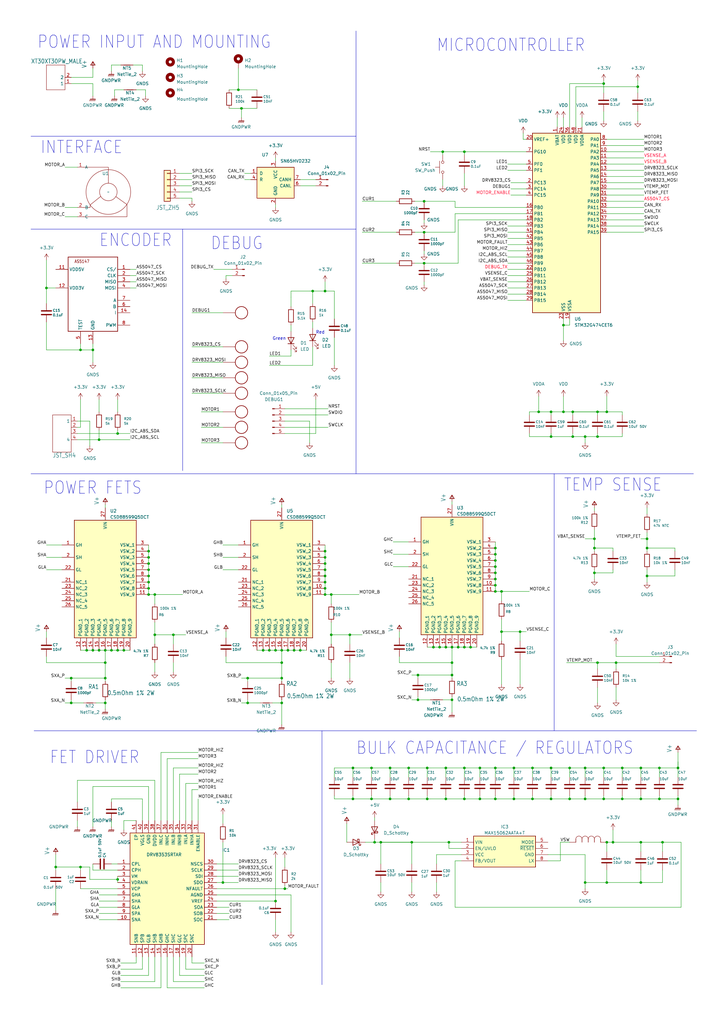
<source format=kicad_sch>
(kicad_sch (version 20230121) (generator eeschema)
  (paper "A3" portrait)
  (title_block (title "nautilus") (rev "1.0"))
  (junction (at 152.4 314.96))
  (junction (at 190.5 327.66))
  (junction (at 133.35 243.84))
  (junction (at 233.68 314.96))
  (junction (at 123.19 266.7))
  (junction (at 144.78 327.66))
  (junction (at 133.35 233.68))
  (junction (at 193.04 265.43))
  (junction (at 101.6 278.13))
  (junction (at 245.11 168.91))
  (junction (at 261.62 35.56))
  (junction (at 210.82 327.66))
  (junction (at 60.96 243.84))
  (junction (at 153.67 345.44))
  (junction (at 203.2 237.49))
  (junction (at 185.42 265.43))
  (junction (at 203.2 229.87))
  (junction (at 173.99 107.95))
  (junction (at 203.2 327.66))
  (junction (at 185.42 276.86))
  (junction (at 220.98 168.91))
  (junction (at 240.03 327.66))
  (junction (at 160.02 314.96))
  (junction (at 247.65 314.96))
  (junction (at 185.42 287.02))
  (junction (at 203.2 242.57))
  (junction (at 210.82 314.96))
  (junction (at 262.89 345.44))
  (junction (at 60.96 241.3))
  (junction (at 248.92 361.95))
  (junction (at 213.36 259.08))
  (junction (at 203.2 224.79))
  (junction (at 115.57 271.78))
  (junction (at 226.06 168.91))
  (junction (at 29.21 278.13))
  (junction (at 48.26 266.7))
  (junction (at 113.03 266.7))
  (junction (at 48.26 360.68))
  (junction (at 115.57 278.13))
  (junction (at 247.65 327.66))
  (junction (at 182.88 327.66))
  (junction (at 63.5 243.84))
  (junction (at 205.74 242.57))
  (junction (at 118.11 266.7))
  (junction (at 45.72 266.7))
  (junction (at 133.35 241.3))
  (junction (at 231.14 133.35))
  (junction (at 33.02 143.51))
  (junction (at 71.12 260.35))
  (junction (at 233.68 327.66))
  (junction (at 110.49 266.7))
  (junction (at 245.11 271.78))
  (junction (at 133.35 231.14))
  (junction (at 203.2 240.03))
  (junction (at 278.13 327.66))
  (junction (at 182.88 265.43))
  (junction (at 185.42 271.78))
  (junction (at 234.95 179.07))
  (junction (at 226.06 327.66))
  (junction (at 265.43 236.22))
  (junction (at 245.11 179.07))
  (junction (at 133.35 228.6))
  (junction (at 271.78 345.44))
  (junction (at 60.96 238.76))
  (junction (at 167.64 327.66))
  (junction (at 251.46 345.44))
  (junction (at 160.02 327.66))
  (junction (at 203.2 314.96))
  (junction (at 43.18 271.78))
  (junction (at 270.51 314.96))
  (junction (at 180.34 265.43))
  (junction (at 115.57 266.7))
  (junction (at 120.65 266.7))
  (junction (at 255.27 327.66))
  (junction (at 33.02 355.6))
  (junction (at 203.2 227.33))
  (junction (at 190.5 314.96))
  (junction (at 252.73 271.78))
  (junction (at 265.43 224.79))
  (junction (at 203.2 232.41))
  (junction (at 187.96 265.43))
  (junction (at 19.05 118.11))
  (junction (at 218.44 327.66))
  (junction (at 196.85 327.66))
  (junction (at 177.8 265.43))
  (junction (at 60.96 233.68))
  (junction (at 144.78 314.96))
  (junction (at 203.2 234.95))
  (junction (at 107.95 266.7))
  (junction (at 113.03 369.57))
  (junction (at 22.86 355.6))
  (junction (at 60.96 228.6))
  (junction (at 181.61 62.23))
  (junction (at 226.06 314.96))
  (junction (at 135.89 260.35))
  (junction (at 133.35 119.38))
  (junction (at 35.56 266.7))
  (junction (at 243.84 224.79))
  (junction (at 152.4 327.66))
  (junction (at 171.45 287.02))
  (junction (at 99.06 44.45))
  (junction (at 38.1 143.51))
  (junction (at 190.5 265.43))
  (junction (at 116.84 364.49))
  (junction (at 38.1 266.7))
  (junction (at 262.89 327.66))
  (junction (at 29.21 288.29))
  (junction (at 168.91 345.44))
  (junction (at 43.18 266.7))
  (junction (at 156.21 345.44))
  (junction (at 167.64 314.96))
  (junction (at 243.84 234.95))
  (junction (at 265.43 220.98))
  (junction (at 60.96 226.06))
  (junction (at 133.35 238.76))
  (junction (at 231.14 168.91))
  (junction (at 262.89 314.96))
  (junction (at 247.65 34.29))
  (junction (at 115.57 288.29))
  (junction (at 133.35 226.06))
  (junction (at 43.18 278.13))
  (junction (at 50.8 266.7))
  (junction (at 133.35 236.22))
  (junction (at 143.51 260.35))
  (junction (at 175.26 314.96))
  (junction (at 63.5 260.35))
  (junction (at 218.44 314.96))
  (junction (at 270.51 327.66))
  (junction (at 262.89 361.95))
  (junction (at 226.06 179.07))
  (junction (at 240.03 361.95))
  (junction (at 60.96 231.14))
  (junction (at 40.64 266.7))
  (junction (at 40.64 180.34))
  (junction (at 205.74 259.08))
  (junction (at 240.03 179.07))
  (junction (at 171.45 276.86))
  (junction (at 234.95 168.91))
  (junction (at 173.99 82.55))
  (junction (at 184.15 345.44))
  (junction (at 97.79 36.83))
  (junction (at 243.84 220.98))
  (junction (at 135.89 243.84))
  (junction (at 60.96 236.22))
  (junction (at 190.5 62.23))
  (junction (at 248.92 168.91))
  (junction (at 182.88 314.96))
  (junction (at 278.13 314.96))
  (junction (at 101.6 288.29))
  (junction (at 43.18 288.29))
  (junction (at 248.92 345.44))
  (junction (at 48.26 177.8))
  (junction (at 240.03 314.96))
  (junction (at 175.26 327.66))
  (junction (at 196.85 314.96))
  (junction (at 173.99 95.25))
  (junction (at 128.27 119.38))
  (junction (at 91.44 361.95))
  (junction (at 255.27 314.96))
  (wire (pts (xy 271.78 345.44) (xy 271.78 349.25)))
  (wire (pts (xy 26.67 288.29) (xy 29.21 288.29)))
  (wire (pts (xy 248.92 345.44) (xy 248.92 349.25)) (stroke (width 0.1524)))
  (wire (pts (xy 247.65 314.96) (xy 247.65 318.77)) (stroke (width 0.1524)))
  (wire (pts (xy 133.35 233.68) (xy 133.35 236.22)))
  (wire (pts (xy 48.26 359.41) (xy 48.26 360.68)))
  (wire (pts (xy 245.11 179.07) (xy 245.11 177.8)) (stroke (width 0.1524)))
  (wire (pts (xy 83.82 405.13) (xy 68.58 405.13)))
  (polyline (pts (xy 284.48 194.31) (xy 12.7 194.31)) (stroke (width 0.1524) (type solid)))
  (wire (pts (xy 142.24 345.44) (xy 142.24 337.82)) (stroke (width 0.1524)))
  (wire (pts (xy 185.42 285.75) (xy 185.42 287.02)))
  (wire (pts (xy 43.18 287.02) (xy 43.18 288.29)))
  (wire (pts (xy 171.45 276.86) (xy 185.42 276.86)))
  (wire (pts (xy 73.66 71.12) (xy 78.74 71.12)))
  (wire (pts (xy 53.34 118.11) (xy 55.88 118.11)) (stroke (width 0.1524)))
  (wire (pts (xy 83.82 394.97) (xy 78.74 394.97)))
  (wire (pts (xy 168.91 345.44) (xy 156.21 345.44)) (stroke (width 0.1524)))
  (wire (pts (xy 160.02 326.39) (xy 160.02 327.66)))
  (wire (pts (xy 116.84 351.79) (xy 116.84 355.6)))
  (wire (pts (xy 270.51 326.39) (xy 270.51 327.66)))
  (wire (pts (xy 240.03 179.07) (xy 240.03 181.61)) (stroke (width 0.1524)))
  (wire (pts (xy 168.91 345.44) (xy 168.91 354.33)) (stroke (width 0.1524)))
  (wire (pts (xy 208.28 107.95) (xy 215.9 107.95)))
  (wire (pts (xy 252.73 269.24) (xy 270.51 269.24)) (stroke (width 0.1524)))
  (wire (pts (xy 19.05 143.51) (xy 33.02 143.51)) (stroke (width 0.1524)))
  (wire (pts (xy 231.14 162.56) (xy 231.14 168.91)))
  (wire (pts (xy 262.89 314.96) (xy 262.89 318.77)))
  (wire (pts (xy 265.43 224.79) (xy 276.86 224.79)) (stroke (width 0.1524)))
  (wire (pts (xy 88.9 354.33) (xy 97.79 354.33)))
  (wire (pts (xy 143.51 260.35) (xy 148.59 260.35)))
  (wire (pts (xy 218.44 326.39) (xy 218.44 327.66)))
  (wire (pts (xy 240.03 350.52) (xy 240.03 361.95)) (stroke (width 0.1524)))
  (wire (pts (xy 208.28 102.87) (xy 215.9 102.87)))
  (wire (pts (xy 128.27 119.38) (xy 133.35 119.38)) (stroke (width 0.1524)))
  (wire (pts (xy 33.02 163.83) (xy 33.02 175.26)))
  (wire (pts (xy 186.69 353.06) (xy 189.23 353.06)) (stroke (width 0.1524)))
  (wire (pts (xy 220.98 162.56) (xy 220.98 168.91)))
  (wire (pts (xy 228.6 48.26) (xy 228.6 52.07)))
  (wire (pts (xy 240.03 327.66) (xy 247.65 327.66)) (stroke (width 0.1524)))
  (wire (pts (xy 175.26 265.43) (xy 177.8 265.43)))
  (wire (pts (xy 53.34 115.57) (xy 55.88 115.57)) (stroke (width 0.1524)))
  (wire (pts (xy 73.66 78.74) (xy 78.74 78.74)))
  (wire (pts (xy 152.4 314.96) (xy 152.4 318.77)) (stroke (width 0.1524)))
  (wire (pts (xy 252.73 274.32) (xy 252.73 271.78)) (stroke (width 0.1524)))
  (wire (pts (xy 182.88 314.96) (xy 190.5 314.96)) (stroke (width 0.1524)))
  (wire (pts (xy 248.92 162.56) (xy 248.92 168.91)))
  (wire (pts (xy 160.02 314.96) (xy 167.64 314.96)) (stroke (width 0.1524)))
  (wire (pts (xy 255.27 326.39) (xy 255.27 327.66)))
  (wire (pts (xy 262.89 326.39) (xy 262.89 327.66)))
  (wire (pts (xy 248.92 345.44) (xy 251.46 345.44)) (stroke (width 0.1524)))
  (wire (pts (xy 208.28 123.19) (xy 215.9 123.19)))
  (wire (pts (xy 248.92 77.47) (xy 264.16 77.47)) (stroke (width 0.1524)))
  (wire (pts (xy 187.96 90.17) (xy 215.9 90.17)) (stroke (width 0.1524)))
  (wire (pts (xy 135.89 243.84) (xy 147.32 243.84)))
  (wire (pts (xy 226.06 327.66) (xy 233.68 327.66)))
  (wire (pts (xy 101.6 278.13) (xy 101.6 279.4)))
  (wire (pts (xy 60.96 231.14) (xy 60.96 233.68)))
  (wire (pts (xy 243.84 220.98) (xy 243.84 224.79)) (stroke (width 0.1524)))
  (wire (pts (xy 36.83 172.72) (xy 36.83 182.88)))
  (wire (pts (xy 55.88 394.97) (xy 55.88 392.43)))
  (wire (pts (xy 133.35 231.14) (xy 133.35 233.68)))
  (wire (pts (xy 48.26 176.53) (xy 48.26 177.8)))
  (polyline (pts (xy 227.33 194.31) (xy 227.33 299.72)) (stroke (width 0.1524) (type solid)))
  (wire (pts (xy 53.34 110.49) (xy 55.88 110.49)) (stroke (width 0.1524)))
  (wire (pts (xy 203.2 224.79) (xy 203.2 227.33)))
  (wire (pts (xy 245.11 168.91) (xy 234.95 168.91)))
  (wire (pts (xy 66.04 308.61) (xy 66.04 336.55)))
  (wire (pts (xy 203.2 232.41) (xy 203.2 234.95)))
  (wire (pts (xy 38.1 356.87) (xy 38.1 354.33)))
  (wire (pts (xy 73.66 336.55) (xy 73.66 317.5)))
  (wire (pts (xy 236.22 35.56) (xy 261.62 35.56)))
  (wire (pts (xy 63.5 255.27) (xy 63.5 260.35)))
  (wire (pts (xy 187.96 265.43) (xy 190.5 265.43)))
  (wire (pts (xy 226.06 179.07) (xy 234.95 179.07)) (stroke (width 0.1524)))
  (wire (pts (xy 243.84 209.55) (xy 243.84 208.28)) (stroke (width 0.1524)))
  (wire (pts (xy 248.92 87.63) (xy 264.16 87.63)))
  (wire (pts (xy 234.95 179.07) (xy 240.03 179.07)) (stroke (width 0.1524)))
  (wire (pts (xy 243.84 224.79) (xy 243.84 226.06)))
  (wire (pts (xy 271.78 356.87) (xy 271.78 361.95)))
  (wire (pts (xy 92.71 113.03) (xy 95.25 113.03)))
  (wire (pts (xy 63.5 243.84) (xy 74.93 243.84)))
  (wire (pts (xy 119.38 133.35) (xy 119.38 135.89)) (stroke (width 0.1524)))
  (wire (pts (xy 88.9 359.41) (xy 97.79 359.41)))
  (wire (pts (xy 46.99 36.83) (xy 46.99 39.37)))
  (wire (pts (xy 91.44 168.91) (xy 82.55 168.91)) (stroke (width 0.1524)))
  (wire (pts (xy 50.8 266.7) (xy 53.34 266.7)))
  (wire (pts (xy 73.66 317.5) (xy 81.28 317.5)))
  (wire (pts (xy 213.36 270.51) (xy 213.36 280.67)))
  (wire (pts (xy 115.57 271.78) (xy 115.57 278.13)))
  (wire (pts (xy 127 172.72) (xy 127 181.61)))
  (wire (pts (xy 279.4 372.11) (xy 186.69 372.11)) (stroke (width 0.1524)))
  (wire (pts (xy 215.9 87.63) (xy 186.69 87.63)))
  (wire (pts (xy 33.02 266.7) (xy 35.56 266.7)))
  (wire (pts (xy 203.2 237.49) (xy 203.2 240.03)))
  (wire (pts (xy 116.84 170.18) (xy 134.62 170.18)))
  (wire (pts (xy 91.44 228.6) (xy 97.79 228.6)))
  (wire (pts (xy 196.85 327.66) (xy 203.2 327.66)))
  (wire (pts (xy 209.55 77.47) (xy 215.9 77.47)))
  (wire (pts (xy 91.44 233.68) (xy 97.79 233.68)))
  (wire (pts (xy 71.12 314.96) (xy 71.12 336.55)))
  (wire (pts (xy 276.86 233.68) (xy 276.86 236.22)))
  (wire (pts (xy 220.98 168.91) (xy 226.06 168.91)))
  (wire (pts (xy 29.21 287.02) (xy 29.21 288.29)))
  (wire (pts (xy 26.67 85.09) (xy 31.75 85.09)))
  (wire (pts (xy 233.68 52.07) (xy 233.68 34.29)))
  (wire (pts (xy 175.26 314.96) (xy 182.88 314.96)) (stroke (width 0.1524)))
  (wire (pts (xy 59.69 36.83) (xy 59.69 39.37)))
  (wire (pts (xy 203.2 240.03) (xy 203.2 242.57)))
  (wire (pts (xy 214.63 57.15) (xy 214.63 54.61)))
  (wire (pts (xy 92.71 259.08) (xy 92.71 261.62)))
  (wire (pts (xy 118.11 266.7) (xy 120.65 266.7)))
  (wire (pts (xy 261.62 45.72) (xy 261.62 49.53)) (stroke (width 0.1524)))
  (wire (pts (xy 137.16 326.39) (xy 137.16 327.66)) (stroke (width 0.1524)))
  (wire (pts (xy 245.11 179.07) (xy 255.27 179.07)) (stroke (width 0.1524)))
  (wire (pts (xy 240.03 179.07) (xy 245.11 179.07)) (stroke (width 0.1524)))
  (wire (pts (xy 93.98 36.83) (xy 97.79 36.83)))
  (wire (pts (xy 60.96 228.6) (xy 60.96 231.14)))
  (wire (pts (xy 88.9 374.65) (xy 93.98 374.65)))
  (wire (pts (xy 248.92 90.17) (xy 264.16 90.17)))
  (wire (pts (xy 252.73 264.16) (xy 252.73 269.24)) (stroke (width 0.1524)))
  (wire (pts (xy 156.21 345.44) (xy 168.91 345.44)))
  (wire (pts (xy 116.84 175.26) (xy 134.62 175.26)))
  (wire (pts (xy 265.43 233.68) (xy 265.43 236.22)))
  (wire (pts (xy 19.05 118.11) (xy 19.05 124.46)) (stroke (width 0.1524)))
  (wire (pts (xy 168.91 345.44) (xy 184.15 345.44)))
  (wire (pts (xy 161.29 232.41) (xy 167.64 232.41)))
  (wire (pts (xy 153.67 344.17) (xy 153.67 345.44)))
  (wire (pts (xy 100.33 73.66) (xy 102.87 73.66)))
  (wire (pts (xy 208.28 120.65) (xy 215.9 120.65)))
  (wire (pts (xy 203.2 234.95) (xy 203.2 237.49)))
  (wire (pts (xy 129.54 73.66) (xy 123.19 73.66)))
  (wire (pts (xy 143.51 260.35) (xy 143.51 264.16)))
  (wire (pts (xy 186.69 85.09) (xy 215.9 85.09)) (stroke (width 0.1524)))
  (wire (pts (xy 45.72 328.93) (xy 45.72 327.66)))
  (wire (pts (xy 171.45 285.75) (xy 171.45 287.02)))
  (wire (pts (xy 110.49 266.7) (xy 113.03 266.7)))
  (wire (pts (xy 170.18 82.55) (xy 173.99 82.55)) (stroke (width 0.1524)))
  (wire (pts (xy 45.72 336.55) (xy 45.72 339.09)))
  (wire (pts (xy 173.99 90.17) (xy 173.99 91.44)))
  (wire (pts (xy 233.68 326.39) (xy 233.68 327.66)))
  (wire (pts (xy 105.41 266.7) (xy 107.95 266.7)))
  (wire (pts (xy 248.92 85.09) (xy 264.16 85.09)))
  (wire (pts (xy 40.64 176.53) (xy 40.64 180.34)))
  (wire (pts (xy 208.28 97.79) (xy 215.9 97.79)))
  (wire (pts (xy 133.35 228.6) (xy 133.35 231.14)))
  (wire (pts (xy 226.06 168.91) (xy 226.06 170.18)) (stroke (width 0.1524)))
  (wire (pts (xy 113.03 83.82) (xy 113.03 85.09)))
  (wire (pts (xy 160.02 326.39) (xy 160.02 327.66)) (stroke (width 0.1524)))
  (wire (pts (xy 265.43 236.22) (xy 265.43 238.76)))
  (wire (pts (xy 173.99 102.87) (xy 173.99 104.14)))
  (wire (pts (xy 181.61 76.2) (xy 181.61 73.66)))
  (wire (pts (xy 245.11 271.78) (xy 245.11 274.32)))
  (wire (pts (xy 119.38 119.38) (xy 128.27 119.38)) (stroke (width 0.1524)))
  (wire (pts (xy 262.89 345.44) (xy 271.78 345.44)) (stroke (width 0.1524)))
  (wire (pts (xy 190.5 326.39) (xy 190.5 327.66)))
  (wire (pts (xy 58.42 26.67) (xy 58.42 29.21)))
  (wire (pts (xy 205.74 242.57) (xy 205.74 246.38)))
  (wire (pts (xy 81.28 314.96) (xy 71.12 314.96)))
  (wire (pts (xy 119.38 146.05) (xy 110.49 146.05)) (stroke (width 0.1524)))
  (wire (pts (xy 208.28 105.41) (xy 215.9 105.41)))
  (wire (pts (xy 120.65 266.7) (xy 123.19 266.7)))
  (wire (pts (xy 149.86 345.44) (xy 153.67 345.44)))
  (wire (pts (xy 171.45 107.95) (xy 173.99 107.95)) (stroke (width 0.1524)))
  (wire (pts (xy 251.46 345.44) (xy 251.46 340.36)) (stroke (width 0.1524)))
  (wire (pts (xy 91.44 175.26) (xy 82.55 175.26)) (stroke (width 0.1524)))
  (wire (pts (xy 135.89 255.27) (xy 135.89 260.35)))
  (wire (pts (xy 181.61 287.02) (xy 185.42 287.02)))
  (wire (pts (xy 233.68 314.96) (xy 240.03 314.96)) (stroke (width 0.1524)))
  (wire (pts (xy 97.79 27.94) (xy 97.79 36.83)))
  (wire (pts (xy 247.65 33.02) (xy 247.65 34.29)))
  (wire (pts (xy 175.26 326.39) (xy 175.26 327.66)))
  (polyline (pts (xy 285.75 299.72) (xy 13.97 299.72)) (stroke (width 0.1524) (type solid)))
  (wire (pts (xy 208.28 100.33) (xy 215.9 100.33)))
  (wire (pts (xy 167.64 314.96) (xy 167.64 318.77)) (stroke (width 0.1524)))
  (wire (pts (xy 243.84 234.95) (xy 251.46 234.95)) (stroke (width 0.1524)))
  (wire (pts (xy 78.74 81.28) (xy 73.66 81.28)))
  (wire (pts (xy 73.66 73.66) (xy 78.74 73.66)))
  (wire (pts (xy 19.05 233.68) (xy 25.4 233.68)))
  (wire (pts (xy 91.44 223.52) (xy 97.79 223.52)))
  (wire (pts (xy 60.96 336.55) (xy 60.96 322.58)))
  (polyline (pts (xy 74.93 193.04) (xy 74.93 93.98)) (stroke (width 0.1524) (type solid)))
  (wire (pts (xy 247.65 326.39) (xy 247.65 327.66)))
  (wire (pts (xy 19.05 106.68) (xy 19.05 118.11)) (stroke (width 0.1524)))
  (wire (pts (xy 40.64 367.03) (xy 48.26 367.03)))
  (wire (pts (xy 19.05 271.78) (xy 43.18 271.78)))
  (wire (pts (xy 205.74 242.57) (xy 217.17 242.57)))
  (wire (pts (xy 209.55 74.93) (xy 215.9 74.93)))
  (wire (pts (xy 68.58 405.13) (xy 68.58 392.43)))
  (wire (pts (xy 81.28 327.66) (xy 81.28 336.55)))
  (wire (pts (xy 113.03 377.19) (xy 113.03 382.27)))
  (wire (pts (xy 76.2 397.51) (xy 76.2 392.43)))
  (wire (pts (xy 133.35 236.22) (xy 133.35 238.76)))
  (wire (pts (xy 73.66 76.2) (xy 78.74 76.2)))
  (wire (pts (xy 43.18 266.7) (xy 45.72 266.7)))
  (wire (pts (xy 173.99 82.55) (xy 186.69 82.55)) (stroke (width 0.1524)))
  (polyline (pts (xy 146.05 55.88) (xy 12.7 55.88)) (stroke (width 0.1524) (type solid)))
  (wire (pts (xy 63.5 320.04) (xy 63.5 336.55)))
  (wire (pts (xy 182.88 327.66) (xy 190.5 327.66)))
  (wire (pts (xy 40.64 374.65) (xy 48.26 374.65)))
  (wire (pts (xy 243.84 220.98) (xy 240.03 220.98)) (stroke (width 0.1524)))
  (wire (pts (xy 135.89 243.84) (xy 133.35 243.84)))
  (wire (pts (xy 60.96 236.22) (xy 60.96 238.76)))
  (wire (pts (xy 226.06 177.8) (xy 226.06 179.07)) (stroke (width 0.1524)))
  (wire (pts (xy 167.64 314.96) (xy 175.26 314.96)) (stroke (width 0.1524)))
  (wire (pts (xy 226.06 314.96) (xy 226.06 318.77)) (stroke (width 0.1524)))
  (wire (pts (xy 135.89 260.35) (xy 135.89 264.16)))
  (wire (pts (xy 203.2 314.96) (xy 210.82 314.96)) (stroke (width 0.1524)))
  (wire (pts (xy 81.28 321.31) (xy 76.2 321.31)))
  (wire (pts (xy 182.88 326.39) (xy 182.88 327.66)))
  (wire (pts (xy 248.92 361.95) (xy 248.92 356.87)) (stroke (width 0.1524)))
  (wire (pts (xy 231.14 133.35) (xy 233.68 133.35)))
  (wire (pts (xy 252.73 271.78) (xy 270.51 271.78)) (stroke (width 0.1524)))
  (wire (pts (xy 255.27 314.96) (xy 255.27 318.77)) (stroke (width 0.1524)))
  (wire (pts (xy 63.5 271.78) (xy 63.5 275.59)))
  (wire (pts (xy 265.43 208.28) (xy 265.43 210.82)))
  (wire (pts (xy 29.21 31.75) (xy 38.1 31.75)) (stroke (width 0.1524)))
  (wire (pts (xy 137.16 327.66) (xy 144.78 327.66)))
  (wire (pts (xy 210.82 327.66) (xy 218.44 327.66)))
  (wire (pts (xy 19.05 132.08) (xy 19.05 143.51)))
  (wire (pts (xy 88.9 361.95) (xy 91.44 361.95)))
  (wire (pts (xy 60.96 238.76) (xy 60.96 241.3)))
  (wire (pts (xy 278.13 312.42) (xy 278.13 314.96)) (stroke (width 0.1524)))
  (wire (pts (xy 48.26 266.7) (xy 50.8 266.7)))
  (wire (pts (xy 128.27 132.08) (xy 128.27 134.62)) (stroke (width 0.1524)))
  (wire (pts (xy 50.8 336.55) (xy 50.8 340.36)))
  (wire (pts (xy 160.02 314.96) (xy 160.02 318.77)) (stroke (width 0.1524)))
  (wire (pts (xy 186.69 87.63) (xy 186.69 95.25)))
  (wire (pts (xy 91.44 161.29) (xy 78.74 161.29)) (stroke (width 0.1524)))
  (wire (pts (xy 22.86 355.6) (xy 33.02 355.6)))
  (wire (pts (xy 53.34 113.03) (xy 55.88 113.03)) (stroke (width 0.1524)))
  (wire (pts (xy 210.82 326.39) (xy 210.82 327.66)))
  (wire (pts (xy 49.53 397.51) (xy 58.42 397.51)))
  (wire (pts (xy 29.21 278.13) (xy 43.18 278.13)))
  (wire (pts (xy 91.44 148.59) (xy 78.74 148.59)) (stroke (width 0.1524)))
  (wire (pts (xy 26.67 68.58) (xy 31.75 68.58)))
  (wire (pts (xy 91.44 334.01) (xy 91.44 337.82)))
  (wire (pts (xy 63.5 243.84) (xy 60.96 243.84)))
  (wire (pts (xy 26.67 88.9) (xy 31.75 88.9)))
  (wire (pts (xy 45.72 26.67) (xy 49.53 26.67)))
  (wire (pts (xy 22.86 350.52) (xy 22.86 355.6)))
  (wire (pts (xy 182.88 314.96) (xy 182.88 318.77)) (stroke (width 0.1524)))
  (wire (pts (xy 203.2 314.96) (xy 203.2 318.77)) (stroke (width 0.1524)))
  (wire (pts (xy 185.42 265.43) (xy 187.96 265.43)))
  (wire (pts (xy 190.5 71.12) (xy 190.5 76.2)))
  (wire (pts (xy 252.73 271.78) (xy 245.11 271.78)) (stroke (width 0.1524)))
  (wire (pts (xy 63.5 392.43) (xy 63.5 402.59)))
  (wire (pts (xy 133.35 115.57) (xy 133.35 119.38)) (stroke (width 0.1524)))
  (wire (pts (xy 240.03 361.95) (xy 248.92 361.95)) (stroke (width 0.1524)))
  (wire (pts (xy 278.13 326.39) (xy 278.13 327.66)) (stroke (width 0.1524)))
  (wire (pts (xy 19.05 223.52) (xy 25.4 223.52)))
  (wire (pts (xy 43.18 207.01) (xy 43.18 208.28)))
  (wire (pts (xy 248.92 59.69) (xy 264.16 59.69)) (stroke (width 0.1524)))
  (wire (pts (xy 231.14 168.91) (xy 234.95 168.91)) (stroke (width 0.1524)))
  (wire (pts (xy 113.03 266.7) (xy 115.57 266.7)))
  (wire (pts (xy 163.83 269.24) (xy 163.83 271.78)))
  (wire (pts (xy 271.78 361.95) (xy 262.89 361.95)) (stroke (width 0.1524)))
  (wire (pts (xy 170.18 107.95) (xy 171.45 107.95)))
  (wire (pts (xy 38.1 140.97) (xy 38.1 143.51)))
  (wire (pts (xy 226.06 314.96) (xy 233.68 314.96)) (stroke (width 0.1524)))
  (wire (pts (xy 100.33 71.12) (xy 102.87 71.12)))
  (wire (pts (xy 19.05 259.08) (xy 19.05 261.62)))
  (wire (pts (xy 46.99 36.83) (xy 50.8 36.83)))
  (wire (pts (xy 68.58 311.15) (xy 81.28 311.15)))
  (wire (pts (xy 215.9 57.15) (xy 214.63 57.15)))
  (wire (pts (xy 148.59 95.25) (xy 162.56 95.25)))
  (wire (pts (xy 78.74 323.85) (xy 81.28 323.85)))
  (wire (pts (xy 54.61 26.67) (xy 58.42 26.67)))
  (wire (pts (xy 210.82 314.96) (xy 218.44 314.96)) (stroke (width 0.1524)))
  (wire (pts (xy 231.14 48.26) (xy 231.14 52.07)))
  (wire (pts (xy 226.06 168.91) (xy 231.14 168.91)) (stroke (width 0.1524)))
  (wire (pts (xy 278.13 308.61) (xy 278.13 314.96)))
  (wire (pts (xy 38.1 322.58) (xy 38.1 339.09)))
  (wire (pts (xy 50.8 336.55) (xy 55.88 336.55)))
  (wire (pts (xy 48.26 177.8) (xy 31.75 177.8)))
  (polyline (pts (xy 146.05 12.7) (xy 146.05 194.31)) (stroke (width 0.1524) (type solid)))
  (wire (pts (xy 135.89 243.84) (xy 135.89 247.65)))
  (wire (pts (xy 208.28 113.03) (xy 215.9 113.03)))
  (wire (pts (xy 163.83 259.08) (xy 163.83 261.62)))
  (wire (pts (xy 71.12 392.43) (xy 71.12 402.59)))
  (wire (pts (xy 133.35 223.52) (xy 133.35 226.06)))
  (wire (pts (xy 91.44 128.27) (xy 78.74 128.27)) (stroke (width 0.1524)))
  (wire (pts (xy 40.64 180.34) (xy 31.75 180.34)))
  (wire (pts (xy 231.14 133.35) (xy 231.14 139.7)))
  (wire (pts (xy 229.87 345.44) (xy 233.68 345.44)) (stroke (width 0.1524)))
  (wire (pts (xy 63.5 260.35) (xy 71.12 260.35)))
  (wire (pts (xy 248.92 168.91) (xy 255.27 168.91)))
  (wire (pts (xy 240.03 326.39) (xy 240.03 327.66)))
  (wire (pts (xy 231.14 133.35) (xy 231.14 130.81)))
  (wire (pts (xy 153.67 335.28) (xy 153.67 336.55)))
  (wire (pts (xy 40.64 377.19) (xy 48.26 377.19)))
  (wire (pts (xy 128.27 119.38) (xy 128.27 124.46)) (stroke (width 0.1524)))
  (wire (pts (xy 217.17 168.91) (xy 220.98 168.91)))
  (wire (pts (xy 185.42 271.78) (xy 185.42 276.86)))
  (wire (pts (xy 88.9 356.87) (xy 97.79 356.87)))
  (wire (pts (xy 99.06 288.29) (xy 101.6 288.29)))
  (wire (pts (xy 185.42 205.74) (xy 185.42 207.01)))
  (wire (pts (xy 224.79 350.52) (xy 240.03 350.52)) (stroke (width 0.1524)))
  (wire (pts (xy 251.46 224.79) (xy 251.46 226.06)))
  (wire (pts (xy 40.64 369.57) (xy 48.26 369.57)))
  (wire (pts (xy 60.96 241.3) (xy 60.96 243.84)))
  (wire (pts (xy 58.42 397.51) (xy 58.42 392.43)))
  (wire (pts (xy 208.28 95.25) (xy 215.9 95.25)))
  (wire (pts (xy 36.83 360.68) (xy 36.83 355.6)))
  (wire (pts (xy 187.96 107.95) (xy 187.96 90.17)) (stroke (width 0.1524)))
  (wire (pts (xy 144.78 314.96) (xy 144.78 318.77)) (stroke (width 0.1524)))
  (wire (pts (xy 33.02 355.6) (xy 33.02 356.87)))
  (wire (pts (xy 233.68 314.96) (xy 233.68 318.77)))
  (wire (pts (xy 255.27 179.07) (xy 255.27 177.8)) (stroke (width 0.1524)))
  (wire (pts (xy 251.46 233.68) (xy 251.46 234.95)))
  (wire (pts (xy 83.82 397.51) (xy 76.2 397.51)))
  (wire (pts (xy 173.99 95.25) (xy 186.69 95.25)) (stroke (width 0.1524)))
  (wire (pts (xy 248.92 64.77) (xy 264.16 64.77)) (stroke (width 0.1524)))
  (wire (pts (xy 55.88 36.83) (xy 59.69 36.83)))
  (wire (pts (xy 53.34 177.8) (xy 48.26 177.8)))
  (wire (pts (xy 186.69 82.55) (xy 186.69 85.09)) (stroke (width 0.1524)))
  (wire (pts (xy 48.26 163.83) (xy 48.26 168.91)))
  (wire (pts (xy 226.06 177.8) (xy 226.06 179.07)))
  (wire (pts (xy 245.11 168.91) (xy 248.92 168.91)) (stroke (width 0.1524)))
  (wire (pts (xy 265.43 220.98) (xy 262.89 220.98)) (stroke (width 0.1524)))
  (wire (pts (xy 40.64 266.7) (xy 43.18 266.7)))
  (wire (pts (xy 168.91 276.86) (xy 171.45 276.86)))
  (wire (pts (xy 271.78 345.44) (xy 279.4 345.44)) (stroke (width 0.1524)))
  (wire (pts (xy 175.26 327.66) (xy 182.88 327.66)))
  (wire (pts (xy 243.84 234.95) (xy 243.84 233.68)) (stroke (width 0.1524)))
  (wire (pts (xy 265.43 218.44) (xy 265.43 220.98)) (stroke (width 0.1524)))
  (wire (pts (xy 81.28 308.61) (xy 66.04 308.61)))
  (wire (pts (xy 40.64 163.83) (xy 40.64 168.91)))
  (wire (pts (xy 123.19 266.7) (xy 125.73 266.7)))
  (wire (pts (xy 63.5 243.84) (xy 63.5 247.65)))
  (wire (pts (xy 38.1 266.7) (xy 40.64 266.7)))
  (wire (pts (xy 248.92 57.15) (xy 264.16 57.15)) (stroke (width 0.1524)))
  (wire (pts (xy 68.58 336.55) (xy 68.58 311.15)))
  (wire (pts (xy 60.96 400.05) (xy 60.96 392.43)))
  (wire (pts (xy 248.92 92.71) (xy 264.16 92.71)))
  (wire (pts (xy 163.83 271.78) (xy 185.42 271.78)))
  (wire (pts (xy 48.26 360.68) (xy 36.83 360.68)))
  (wire (pts (xy 276.86 236.22) (xy 265.43 236.22)))
  (wire (pts (xy 226.06 326.39) (xy 226.06 327.66)))
  (wire (pts (xy 236.22 52.07) (xy 236.22 35.56)))
  (wire (pts (xy 76.2 321.31) (xy 76.2 336.55)))
  (wire (pts (xy 276.86 224.79) (xy 276.86 226.06)))
  (wire (pts (xy 115.57 266.7) (xy 115.57 271.78)))
  (wire (pts (xy 182.88 265.43) (xy 185.42 265.43)))
  (wire (pts (xy 119.38 143.51) (xy 119.38 146.05)) (stroke (width 0.1524)))
  (wire (pts (xy 196.85 326.39) (xy 196.85 327.66)))
  (wire (pts (xy 160.02 327.66) (xy 167.64 327.66)))
  (wire (pts (xy 233.68 34.29) (xy 247.65 34.29)))
  (wire (pts (xy 248.92 72.39) (xy 264.16 72.39)) (stroke (width 0.1524)))
  (wire (pts (xy 19.05 228.6) (xy 25.4 228.6)))
  (wire (pts (xy 185.42 265.43) (xy 185.42 271.78)))
  (wire (pts (xy 181.61 62.23) (xy 190.5 62.23)) (stroke (width 0.1524)))
  (wire (pts (xy 173.99 107.95) (xy 187.96 107.95)) (stroke (width 0.1524)))
  (wire (pts (xy 135.89 260.35) (xy 143.51 260.35)))
  (wire (pts (xy 73.66 392.43) (xy 73.66 400.05)))
  (wire (pts (xy 49.53 400.05) (xy 60.96 400.05)))
  (wire (pts (xy 111.76 288.29) (xy 115.57 288.29)))
  (wire (pts (xy 129.54 163.83) (xy 129.54 177.8)) (stroke (width 0.1524)))
  (wire (pts (xy 248.92 62.23) (xy 264.16 62.23)) (stroke (width 0.1524)))
  (wire (pts (xy 92.71 269.24) (xy 92.71 271.78)))
  (wire (pts (xy 133.35 119.38) (xy 137.16 119.38)) (stroke (width 0.1524)))
  (wire (pts (xy 205.74 254) (xy 205.74 259.08)))
  (wire (pts (xy 43.18 278.13) (xy 43.18 279.4)))
  (wire (pts (xy 144.78 327.66) (xy 152.4 327.66)))
  (wire (pts (xy 19.05 118.11) (xy 22.86 118.11)) (stroke (width 0.1524)))
  (wire (pts (xy 88.9 369.57) (xy 113.03 369.57)))
  (wire (pts (xy 116.84 364.49) (xy 116.84 363.22)))
  (wire (pts (xy 208.28 92.71) (xy 215.9 92.71)))
  (wire (pts (xy 255.27 314.96) (xy 247.65 314.96)) (stroke (width 0.1524)))
  (wire (pts (xy 137.16 314.96) (xy 144.78 314.96)) (stroke (width 0.1524)))
  (wire (pts (xy 87.63 110.49) (xy 95.25 110.49)))
  (wire (pts (xy 177.8 265.43) (xy 180.34 265.43)))
  (wire (pts (xy 148.59 82.55) (xy 162.56 82.55)))
  (polyline (pts (xy 132.08 299.72) (xy 132.08 403.86)) (stroke (width 0.1524) (type solid)))
  (wire (pts (xy 247.65 45.72) (xy 247.65 49.53)) (stroke (width 0.1524)))
  (wire (pts (xy 49.53 405.13) (xy 66.04 405.13)))
  (wire (pts (xy 115.57 207.01) (xy 115.57 208.28)))
  (wire (pts (xy 33.02 355.6) (xy 36.83 355.6)))
  (wire (pts (xy 43.18 266.7) (xy 43.18 271.78)))
  (wire (pts (xy 45.72 26.67) (xy 45.72 29.21)))
  (wire (pts (xy 101.6 278.13) (xy 115.57 278.13)))
  (wire (pts (xy 38.1 34.29) (xy 38.1 39.37)) (stroke (width 0.1524)))
  (wire (pts (xy 63.5 402.59) (xy 49.53 402.59)))
  (wire (pts (xy 190.5 62.23) (xy 190.5 63.5)))
  (wire (pts (xy 119.38 119.38) (xy 119.38 121.92)) (stroke (width 0.1524)))
  (wire (pts (xy 196.85 314.96) (xy 203.2 314.96)))
  (wire (pts (xy 88.9 372.11) (xy 93.98 372.11)))
  (wire (pts (xy 31.75 320.04) (xy 63.5 320.04)))
  (wire (pts (xy 240.03 361.95) (xy 240.03 364.49)))
  (wire (pts (xy 205.74 259.08) (xy 213.36 259.08)))
  (wire (pts (xy 38.1 143.51) (xy 38.1 148.59)))
  (wire (pts (xy 208.28 110.49) (xy 215.9 110.49)))
  (wire (pts (xy 176.53 62.23) (xy 181.61 62.23)) (stroke (width 0.1524)))
  (wire (pts (xy 73.66 400.05) (xy 83.82 400.05)))
  (wire (pts (xy 245.11 168.91) (xy 248.92 168.91)))
  (wire (pts (xy 279.4 345.44) (xy 279.4 372.11)) (stroke (width 0.1524)))
  (wire (pts (xy 203.2 326.39) (xy 203.2 327.66)) (stroke (width 0.1524)))
  (wire (pts (xy 19.05 269.24) (xy 19.05 271.78)))
  (wire (pts (xy 262.89 314.96) (xy 270.51 314.96)) (stroke (width 0.1524)))
  (wire (pts (xy 170.18 95.25) (xy 171.45 95.25)))
  (wire (pts (xy 99.06 44.45) (xy 99.06 48.26)))
  (wire (pts (xy 213.36 259.08) (xy 215.9 259.08)))
  (wire (pts (xy 113.03 351.79) (xy 113.03 369.57)))
  (wire (pts (xy 262.89 327.66) (xy 270.51 327.66)) (stroke (width 0.1524)))
  (wire (pts (xy 88.9 367.03) (xy 119.38 367.03)))
  (wire (pts (xy 171.45 276.86) (xy 171.45 278.13)))
  (wire (pts (xy 128.27 142.24) (xy 128.27 149.86)) (stroke (width 0.1524)))
  (wire (pts (xy 71.12 402.59) (xy 83.82 402.59)))
  (wire (pts (xy 184.15 345.44) (xy 189.23 345.44)) (stroke (width 0.1524)))
  (wire (pts (xy 243.84 217.17) (xy 243.84 220.98)) (stroke (width 0.1524)))
  (wire (pts (xy 238.76 52.07) (xy 238.76 48.26)))
  (wire (pts (xy 190.5 62.23) (xy 215.9 62.23)) (stroke (width 0.1524)))
  (wire (pts (xy 189.23 347.98) (xy 184.15 347.98)) (stroke (width 0.1524)))
  (wire (pts (xy 45.72 266.7) (xy 48.26 266.7)))
  (wire (pts (xy 217.17 179.07) (xy 226.06 179.07)))
  (wire (pts (xy 180.34 265.43) (xy 182.88 265.43)))
  (wire (pts (xy 35.56 266.7) (xy 38.1 266.7)))
  (wire (pts (xy 173.99 115.57) (xy 173.99 116.84)))
  (wire (pts (xy 248.92 361.95) (xy 262.89 361.95)) (stroke (width 0.1524)))
  (wire (pts (xy 22.86 356.87) (xy 22.86 355.6)))
  (wire (pts (xy 161.29 222.25) (xy 167.64 222.25)))
  (wire (pts (xy 88.9 377.19) (xy 93.98 377.19)))
  (wire (pts (xy 29.21 278.13) (xy 29.21 279.4)))
  (wire (pts (xy 49.53 394.97) (xy 55.88 394.97)))
  (wire (pts (xy 210.82 314.96) (xy 210.82 318.77)) (stroke (width 0.1524)))
  (wire (pts (xy 31.75 336.55) (xy 31.75 339.09)))
  (wire (pts (xy 234.95 168.91) (xy 234.95 170.18)) (stroke (width 0.1524)))
  (wire (pts (xy 245.11 168.91) (xy 245.11 170.18)))
  (wire (pts (xy 208.28 69.85) (xy 215.9 69.85)))
  (wire (pts (xy 53.34 180.34) (xy 40.64 180.34)))
  (wire (pts (xy 179.07 350.52) (xy 179.07 354.33)))
  (wire (pts (xy 33.02 143.51) (xy 38.1 143.51)))
  (wire (pts (xy 29.21 34.29) (xy 38.1 34.29)) (stroke (width 0.1524)))
  (wire (pts (xy 128.27 149.86) (xy 110.49 149.86)) (stroke (width 0.1524)))
  (wire (pts (xy 31.75 328.93) (xy 31.75 320.04)))
  (wire (pts (xy 78.74 336.55) (xy 78.74 323.85)))
  (wire (pts (xy 278.13 327.66) (xy 270.51 327.66)) (stroke (width 0.1524)))
  (wire (pts (xy 261.62 33.02) (xy 261.62 35.56)))
  (wire (pts (xy 196.85 314.96) (xy 196.85 318.77)))
  (wire (pts (xy 190.5 314.96) (xy 196.85 314.96)) (stroke (width 0.1524)))
  (wire (pts (xy 115.57 278.13) (xy 115.57 279.4)))
  (wire (pts (xy 203.2 229.87) (xy 203.2 232.41)))
  (wire (pts (xy 99.06 44.45) (xy 105.41 44.45)))
  (wire (pts (xy 179.07 361.95) (xy 179.07 365.76)))
  (wire (pts (xy 45.72 354.33) (xy 48.26 354.33)))
  (wire (pts (xy 167.64 327.66) (xy 175.26 327.66)))
  (wire (pts (xy 66.04 405.13) (xy 66.04 392.43)))
  (wire (pts (xy 91.44 345.44) (xy 91.44 361.95)))
  (wire (pts (xy 127 172.72) (xy 116.84 172.72)) (stroke (width 0.1524)))
  (wire (pts (xy 148.59 107.95) (xy 162.56 107.95)))
  (wire (pts (xy 185.42 276.86) (xy 185.42 278.13)))
  (wire (pts (xy 190.5 265.43) (xy 193.04 265.43)))
  (wire (pts (xy 247.65 327.66) (xy 255.27 327.66)) (stroke (width 0.1524)))
  (wire (pts (xy 248.92 95.25) (xy 264.16 95.25)))
  (wire (pts (xy 22.86 364.49) (xy 22.86 373.38)))
  (wire (pts (xy 218.44 327.66) (xy 226.06 327.66)))
  (wire (pts (xy 26.67 278.13) (xy 29.21 278.13)))
  (wire (pts (xy 218.44 314.96) (xy 218.44 318.77)) (stroke (width 0.1524)))
  (wire (pts (xy 60.96 226.06) (xy 60.96 228.6)))
  (wire (pts (xy 278.13 327.66) (xy 278.13 330.2)) (stroke (width 0.1524)))
  (wire (pts (xy 93.98 44.45) (xy 99.06 44.45)))
  (wire (pts (xy 99.06 278.13) (xy 101.6 278.13)))
  (wire (pts (xy 39.37 288.29) (xy 43.18 288.29)))
  (wire (pts (xy 43.18 271.78) (xy 43.18 278.13)))
  (wire (pts (xy 91.44 154.94) (xy 78.74 154.94)) (stroke (width 0.1524)))
  (wire (pts (xy 137.16 138.43) (xy 137.16 149.86)))
  (wire (pts (xy 265.43 224.79) (xy 265.43 226.06)))
  (wire (pts (xy 63.5 260.35) (xy 63.5 264.16)))
  (wire (pts (xy 251.46 345.44) (xy 262.89 345.44)) (stroke (width 0.1524)))
  (wire (pts (xy 175.26 314.96) (xy 175.26 318.77)) (stroke (width 0.1524)))
  (wire (pts (xy 203.2 222.25) (xy 203.2 224.79)))
  (wire (pts (xy 217.17 179.07) (xy 217.17 177.8)))
  (wire (pts (xy 255.27 168.91) (xy 255.27 170.18)))
  (wire (pts (xy 115.57 266.7) (xy 118.11 266.7)))
  (wire (pts (xy 31.75 175.26) (xy 33.02 175.26)))
  (wire (pts (xy 144.78 314.96) (xy 152.4 314.96)) (stroke (width 0.1524)))
  (wire (pts (xy 248.92 80.01) (xy 264.16 80.01)) (stroke (width 0.1524)))
  (wire (pts (xy 189.23 350.52) (xy 179.07 350.52)) (stroke (width 0.1524)))
  (wire (pts (xy 133.35 241.3) (xy 133.35 243.84)))
  (wire (pts (xy 181.61 62.23) (xy 181.61 63.5)))
  (wire (pts (xy 184.15 345.44) (xy 184.15 347.98)))
  (wire (pts (xy 133.35 238.76) (xy 133.35 241.3)))
  (wire (pts (xy 29.21 288.29) (xy 34.29 288.29)))
  (wire (pts (xy 33.02 364.49) (xy 48.26 364.49)))
  (wire (pts (xy 133.35 226.06) (xy 133.35 228.6)))
  (wire (pts (xy 107.95 266.7) (xy 110.49 266.7)))
  (wire (pts (xy 116.84 177.8) (xy 129.54 177.8)) (stroke (width 0.1524)))
  (wire (pts (xy 185.42 287.02) (xy 185.42 292.1)))
  (wire (pts (xy 40.64 372.11) (xy 48.26 372.11)))
  (wire (pts (xy 101.6 287.02) (xy 101.6 288.29)))
  (wire (pts (xy 38.1 31.75) (xy 38.1 27.94)) (stroke (width 0.1524)))
  (wire (pts (xy 152.4 327.66) (xy 160.02 327.66)))
  (wire (pts (xy 215.9 80.01) (xy 209.55 80.01)) (stroke (width 0.1524)))
  (wire (pts (xy 245.11 271.78) (xy 232.41 271.78)) (stroke (width 0.1524)))
  (wire (pts (xy 203.2 227.33) (xy 203.2 229.87)))
  (wire (pts (xy 234.95 177.8) (xy 234.95 179.07)) (stroke (width 0.1524)))
  (wire (pts (xy 43.18 288.29) (xy 43.18 290.83)))
  (wire (pts (xy 245.11 281.94) (xy 245.11 288.29)))
  (wire (pts (xy 113.03 64.77) (xy 113.03 66.04)))
  (wire (pts (xy 143.51 271.78) (xy 143.51 278.13)))
  (wire (pts (xy 144.78 326.39) (xy 144.78 327.66)))
  (wire (pts (xy 205.74 259.08) (xy 205.74 262.89)))
  (wire (pts (xy 78.74 394.97) (xy 78.74 392.43)))
  (wire (pts (xy 137.16 314.96) (xy 137.16 318.77)) (stroke (width 0.1524)))
  (wire (pts (xy 137.16 119.38) (xy 137.16 130.81)) (stroke (width 0.1524)))
  (wire (pts (xy 240.03 314.96) (xy 247.65 314.96)) (stroke (width 0.1524)))
  (wire (pts (xy 208.28 118.11) (xy 215.9 118.11)))
  (wire (pts (xy 91.44 142.24) (xy 78.74 142.24)) (stroke (width 0.1524)))
  (wire (pts (xy 153.67 345.44) (xy 156.21 345.44)))
  (wire (pts (xy 60.96 233.68) (xy 60.96 236.22)))
  (wire (pts (xy 129.54 76.2) (xy 123.19 76.2)))
  (wire (pts (xy 247.65 34.29) (xy 247.65 38.1)))
  (wire (pts (xy 252.73 281.94) (xy 252.73 287.02)))
  (wire (pts (xy 190.5 314.96) (xy 190.5 318.77)))
  (wire (pts (xy 233.68 327.66) (xy 240.03 327.66)) (stroke (width 0.1524)))
  (wire (pts (xy 161.29 227.33) (xy 167.64 227.33)))
  (wire (pts (xy 262.89 349.25) (xy 262.89 345.44)) (stroke (width 0.1524)))
  (wire (pts (xy 45.72 327.66) (xy 58.42 327.66)))
  (wire (pts (xy 193.04 265.43) (xy 195.58 265.43)))
  (wire (pts (xy 270.51 314.96) (xy 278.13 314.96)) (stroke (width 0.1524)))
  (wire (pts (xy 116.84 167.64) (xy 134.62 167.64)))
  (wire (pts (xy 261.62 35.56) (xy 261.62 38.1)))
  (wire (pts (xy 213.36 259.08) (xy 213.36 262.89)))
  (wire (pts (xy 58.42 327.66) (xy 58.42 336.55)))
  (wire (pts (xy 217.17 170.18) (xy 217.17 168.91)))
  (wire (pts (xy 255.27 327.66) (xy 262.89 327.66)) (stroke (width 0.1524)))
  (wire (pts (xy 270.51 314.96) (xy 270.51 318.77)) (stroke (width 0.1524)))
  (wire (pts (xy 115.57 288.29) (xy 115.57 297.18)))
  (wire (pts (xy 33.02 140.97) (xy 33.02 143.51)) (stroke (width 0.1524)))
  (wire (pts (xy 190.5 327.66) (xy 196.85 327.66)) (stroke (width 0.1524)))
  (wire (pts (xy 88.9 364.49) (xy 116.84 364.49)))
  (wire (pts (xy 229.87 345.44) (xy 229.87 353.06)))
  (wire (pts (xy 208.28 67.31) (xy 215.9 67.31)))
  (wire (pts (xy 97.79 36.83) (xy 105.41 36.83)))
  (wire (pts (xy 205.74 242.57) (xy 203.2 242.57)))
  (wire (pts (xy 71.12 260.35) (xy 71.12 264.16)))
  (wire (pts (xy 262.89 361.95) (xy 262.89 356.87)) (stroke (width 0.1524)))
  (wire (pts (xy 255.27 314.96) (xy 262.89 314.96)) (stroke (width 0.1524)))
  (wire (pts (xy 135.89 271.78) (xy 135.89 278.13)))
  (wire (pts (xy 60.96 322.58) (xy 38.1 322.58)))
  (wire (pts (xy 243.84 237.49) (xy 243.84 234.95)) (stroke (width 0.1524)))
  (wire (pts (xy 248.92 82.55) (xy 264.16 82.55)))
  (wire (pts (xy 119.38 367.03) (xy 119.38 382.27)))
  (wire (pts (xy 92.71 113.03) (xy 92.71 114.3)))
  (wire (pts (xy 278.13 314.96) (xy 278.13 318.77)) (stroke (width 0.1524)))
  (wire (pts (xy 156.21 345.44) (xy 156.21 354.33)))
  (wire (pts (xy 156.21 361.95) (xy 156.21 365.76)))
  (wire (pts (xy 218.44 314.96) (xy 226.06 314.96)) (stroke (width 0.1524)))
  (wire (pts (xy 152.4 326.39) (xy 152.4 327.66)))
  (wire (pts (xy 31.75 172.72) (xy 36.83 172.72)))
  (wire (pts (xy 240.03 314.96) (xy 240.03 318.77)))
  (wire (pts (xy 38.1 356.87) (xy 48.26 356.87)))
  (wire (pts (xy 264.16 67.31) (xy 248.92 67.31)))
  (wire (pts (xy 71.12 271.78) (xy 71.12 275.59)))
  (wire (pts (xy 224.79 353.06) (xy 229.87 353.06)))
  (wire (pts (xy 91.44 361.95) (xy 97.79 361.95)))
  (wire (pts (xy 119.38 121.92) (xy 119.38 125.73)))
  (wire (pts (xy 91.44 181.61) (xy 82.55 181.61)) (stroke (width 0.1524)))
  (wire (pts (xy 248.92 69.85) (xy 264.16 69.85)) (stroke (width 0.1524)))
  (wire (pts (xy 167.64 326.39) (xy 167.64 327.66)))
  (wire (pts (xy 265.43 220.98) (xy 265.43 224.79)) (stroke (width 0.1524)))
  (wire (pts (xy 248.92 74.93) (xy 264.16 74.93)) (stroke (width 0.1524)))
  (wire (pts (xy 78.74 82.55) (xy 78.74 81.28)))
  (wire (pts (xy 115.57 287.02) (xy 115.57 288.29)))
  (wire (pts (xy 101.6 288.29) (xy 106.68 288.29)))
  (polyline (pts (xy 146.05 93.98) (xy 12.7 93.98)) (stroke (width 0.1524) (type solid)))
  (wire (pts (xy 234.95 168.91) (xy 245.11 168.91)) (stroke (width 0.1524)))
  (wire (pts (xy 171.45 95.25) (xy 173.99 95.25)) (stroke (width 0.1524)))
  (wire (pts (xy 186.69 372.11) (xy 186.69 353.06)) (stroke (width 0.1524)))
  (wire (pts (xy 92.71 271.78) (xy 115.57 271.78)))
  (wire (pts (xy 168.91 287.02) (xy 171.45 287.02)))
  (wire (pts (xy 60.96 223.52) (xy 60.96 226.06)))
  (wire (pts (xy 168.91 361.95) (xy 168.91 365.76)))
  (wire (pts (xy 116.84 364.49) (xy 118.11 364.49)))
  (wire (pts (xy 243.84 224.79) (xy 251.46 224.79)) (stroke (width 0.1524)))
  (wire (pts (xy 152.4 314.96) (xy 160.02 314.96)) (stroke (width 0.1524)))
  (wire (pts (xy 208.28 115.57) (xy 215.9 115.57)))
  (wire (pts (xy 71.12 260.35) (xy 76.2 260.35)))
  (wire (pts (xy 48.26 360.68) (xy 48.26 361.95)))
  (wire (pts (xy 205.74 270.51) (xy 205.74 280.67)))
  (wire (pts (xy 171.45 287.02) (xy 176.53 287.02)))
  (wire (pts (xy 233.68 133.35) (xy 233.68 130.81)))
  (wire (pts (xy 203.2 327.66) (xy 210.82 327.66)))
  (text "Green" (at 111.76 139.7 0) (effects (font (size 1.27 1.27)) (justify left bottom)))
  (text "INTERFACE" (at 16.51 63.5 0) (effects (font (size 5.08 4.318)) (justify left bottom)))
  (text "POWER INPUT AND MOUNTING" (at 15.24 20.32 0) (effects (font (size 5.08 4.318)) (justify left bottom)))
  (text "TEMP SENSE" (at 231.14 201.93 0) (effects (font (size 5.08 4.318)) (justify left bottom)))
  (text "ENCODER" (at 40.64 101.6 0) (effects (font (size 5.08 4.318)) (justify left bottom)))
  (text "Red" (at 129.54 137.16 0) (effects (font (size 1.27 1.27)) (justify left bottom)))
  (text "MICROCONTROLLER" (at 179.07 21.59 0) (effects (font (size 5.08 4.318)) (justify left bottom)))
  (text "FET DRIVER" (at 20.32 313.69 0) (effects (font (size 5.08 4.318)) (justify left bottom)))
  (text "BULK CAPACITANCE / REGULATORS" (at 146.05 309.88 0) (effects (font (size 5.08 4.318)) (justify left bottom)))
  (text "DEBUG" (at 86.36 102.87 0) (effects (font (size 5.08 4.318)) (justify left bottom)))
  (text "POWER FETS" (at 17.78 203.2 0) (effects (font (size 5.08 4.318)) (justify left bottom)))
  (label "CUR3" (at 148.59 107.95 0) (effects (font (size 1.2446 1.2446))))
  (label "DEBUG1" (at 78.74 128.27 0) (effects (font (size 1.2446 1.2446))))
  (label "LED1" (at 110.49 146.05 0) (effects (font (size 1.2446 1.2446))))
  (label "I2C_ABS_SDA" (at 208.28 107.95 180) (effects (font (size 1.2446 1.2446))))
  (label "VSW" (at 229.87 345.44 0) (effects (font (size 1.2446 1.2446))))
  (label "MOTOR_FAULT" (at 118.11 364.49 0) (effects (font (size 1.2446 1.2446))))
  (label "SHC" (at 83.82 402.59 0) (effects (font (size 1.2446 1.2446))))
  (label "AS5047_MISO" (at 55.88 115.57 0) (effects (font (size 1.2446 1.2446))))
  (label "GHB" (at 91.44 223.52 180) (effects (font (size 1.2446 1.2446))))
  (label "LED2" (at 110.49 149.86 0) (effects (font (size 1.2446 1.2446))))
  (label "VBAT_SENSE" (at 240.03 220.98 180) (effects (font (size 1.2446 1.2446))))
  (label "SWDIO" (at 134.62 170.18 0) (effects (font (size 1.2446 1.2446))))
  (label "DRV8323_MISO" (at 264.16 72.39 0) (effects (font (size 1.2446 1.2446))))
  (label "DRV8323_MISO" (at 97.79 361.95 0) (effects (font (size 1.2446 1.2446))))
  (label "MOTOR2" (at 82.55 175.26 0) (effects (font (size 1.2446 1.2446))))
  (label "LED2" (at 208.28 69.85 180) (effects (font (size 1.2446 1.2446))))
  (label "DEBUG1" (at 209.55 77.47 180) (effects (font (size 1.2446 1.2446))))
  (label "CAN_TX" (at 264.16 87.63 0) (effects (font (size 1.2446 1.2446))))
  (label "SHB" (at 49.53 402.59 180) (effects (font (size 1.2446 1.2446))))
  (label "VTEMP_MOT" (at 232.41 271.78 0) (effects (font (size 1.2446 1.2446))))
  (label "SWDIO" (at 264.16 90.17 0) (effects (font (size 1.2446 1.2446))))
  (label "DRV8323_MOSI" (at 78.74 148.59 0) (effects (font (size 1.2446 1.2446))))
  (label "DEBUG_TX" (at 87.63 110.49 180) (effects (font (size 1.2446 1.2446))))
  (label "GHA" (at 19.05 223.52 180) (effects (font (size 1.2446 1.2446))))
  (label "MOTOR_C" (at 26.67 88.9 180) (effects (font (size 1.2446 1.2446))))
  (label "SXC_N" (at 83.82 394.97 0) (effects (font (size 1.2446 1.2446))))
  (label "VSENSE_B" (at 148.59 260.35 0) (effects (font (size 1.2446 1.2446))))
  (label "VBAT_SENSE" (at 208.28 115.57 180) (effects (font (size 1.2446 1.2446))))
  (label "I2C_ABS_SCL" (at 208.28 105.41 180) (effects (font (size 1.2446 1.2446))))
  (label "MOTOR1" (at 82.55 168.91 0) (effects (font (size 1.2446 1.2446))))
  (label "VSENSE_A" (at 76.2 260.35 0) (effects (font (size 1.2446 1.2446))))
  (label "VSENSE_C" (at 208.28 113.03 180) (effects (font (size 1.2446 1.2446))))
  (label "SPI3_SCK" (at 78.74 71.12 0) (effects (font (size 1.2446 1.2446))))
  (label "SPI3_MISO" (at 78.74 73.66 0) (effects (font (size 1.2446 1.2446))))
  (label "SXB_P" (at 49.53 397.51 180) (effects (font (size 1.2446 1.2446))))
  (label "AS5047_SCK" (at 208.28 118.11 180) (effects (font (size 1.2446 1.2446))))
  (label "MOTOR1" (at 81.28 323.85 0) (effects (font (size 1.2446 1.2446))))
  (label "GLC" (at 161.29 232.41 180) (effects (font (size 1.2446 1.2446))))
  (label "MOTOR_C" (at 217.17 242.57 0) (effects (font (size 1.2446 1.2446))))
  (label "SHA" (at 40.64 369.57 180) (effects (font (size 1.2446 1.2446))))
  (label "VSENSE_C" (at 215.9 259.08 0) (effects (font (size 1.2446 1.2446))))
  (label "DRV8323_MOSI" (at 264.16 74.93 0) (effects (font (size 1.2446 1.2446))))
  (label "CUR2" (at 148.59 95.25 0) (effects (font (size 1.2446 1.2446))))
  (label "CAN_RX" (at 100.33 73.66 180) (effects (font (size 1.2446 1.2446))))
  (label "AS5047_CS" (at 264.16 82.55 0) (effects (font (size 1.2446 1.2446))))
  (label "GHC" (at 83.82 405.13 0) (effects (font (size 1.2446 1.2446))))
  (label "MOTOR_FAULT" (at 208.28 100.33 180) (effects (font (size 1.2446 1.2446))))
  (label "GLB" (at 91.44 233.68 180) (effects (font (size 1.2446 1.2446))))
  (label "SPI3_CS" (at 264.16 95.25 0) (effects (font (size 1.2446 1.2446))))
  (label "GHB" (at 49.53 405.13 180) (effects (font (size 1.2446 1.2446))))
  (label "SPI3_MISO" (at 208.28 95.25 180) (effects (font (size 1.2446 1.2446))))
  (label "CUR2" (at 93.98 374.65 0) (effects (font (size 1.2446 1.2446))))
  (label "GLC" (at 83.82 400.05 0) (effects (font (size 1.2446 1.2446))))
  (label "MOTOR3" (at 264.16 62.23 0) (effects (font (size 1.2446 1.2446))))
  (label "SXA_P" (at 40.64 374.65 180) (effects (font (size 1.2446 1.2446))))
  (label "CAN_TX" (at 100.33 71.12 180) (effects (font (size 1.2446 1.2446))))
  (label "SWCLK" (at 134.62 175.26 0) (effects (font (size 1.2446 1.2446))))
  (label "MOTOR_A" (at 26.67 68.58 180) (effects (font (size 1.2446 1.2446))))
  (label "SHB" (at 91.44 228.6 180) (effects (font (size 1.2446 1.2446))))
  (label "GLA" (at 19.05 233.68 180) (effects (font (size 1.2446 1.2446))))
  (label "VTEMP_FET" (at 264.16 80.01 0) (effects (font (size 1.2446 1.2446))))
  (label "MOTOR_HIZ" (at 81.28 308.61 0) (effects (font (size 1.2446 1.2446))))
  (label "DRV8323_SCLK" (at 78.74 161.29 0) (effects (font (size 1.2446 1.2446))))
  (label "MOTOR_HIZ" (at 208.28 102.87 180) (effects (font (size 1.2446 1.2446))))
  (label "DRV8323_MISO" (at 78.74 154.94 0) (effects (font (size 1.2446 1.2446))))
  (label "SXC_N" (at 168.91 287.02 180) (effects (font (size 1.2446 1.2446))))
  (label "GLA" (at 40.64 372.11 180) (effects (font (size 1.2446 1.2446))))
  (label "CUR1" (at 148.59 82.55 0) (effects (font (size 1.2446 1.2446))))
  (label "NRST" (at 134.62 167.64 0) (effects (font (size 1.2446 1.2446))))
  (label "MOTOR_HIZ" (at 81.28 321.31 0) (effects (font (size 1.2446 1.2446))))
  (label "SXC_P" (at 168.91 276.86 180) (effects (font (size 1.2446 1.2446))))
  (label "VSENSE_B" (at 264.16 67.31 0) (effects (font (size 1.2446 1.2446))))
  (label "AS5047_CS" (at 55.88 110.49 0) (effects (font (size 1.2446 1.2446))))
  (label "I2C_ABS_SCL" (at 53.34 180.34 0) (effects (font (size 1.2446 1.2446))))
  (label "MOTOR_A" (at 74.93 243.84 0) (effects (font (size 1.2446 1.2446))))
  (label "GLB" (at 49.53 400.05 180) (effects (font (size 1.2446 1.2446))))
  (label "SXA_N" (at 40.64 377.19 180) (effects (font (size 1.2446 1.2446))))
  (label "NRST" (at 176.53 62.23 180) (effects (font (size 1.2446 1.2446))))
  (label "SXA_N" (at 26.67 288.29 180) (effects (font (size 1.2446 1.2446))))
  (label "DRV8323_SCLK" (at 97.79 356.87 0) (effects (font (size 1.2446 1.2446))))
  (label "VTEMP_FET" (at 262.89 220.98 180) (effects (font (size 1.2446 1.2446))))
  (label "MOTOR_ENABLE" (at 81.28 327.66 0) (effects (font (size 1.2446 1.2446))))
  (label "DRV8323_SCLK" (at 264.16 69.85 0) (effects (font (size 1.2446 1.2446))))
  (label "SXA_P" (at 26.67 278.13 180) (effects (font (size 1.2446 1.2446))))
  (label "AS5047_MOSI" (at 208.28 123.19 180) (effects (font (size 1.2446 1.2446))))
  (label "MOTOR2" (at 81.28 317.5 0) (effects (font (size 1.2446 1.2446))))
  (label "MOTOR3" (at 82.55 181.61 0) (effects (font (size 1.2446 1.2446))))
  (label "GHC" (at 161.29 222.25 180) (effects (font (size 1.2446 1.2446))))
  (label "SXC_P" (at 83.82 397.51 0) (effects (font (size 1.2446 1.2446))))
  (label "LED1" (at 208.28 67.31 180) (effects (font (size 1.2446 1.2446))))
  (label "SPI3_MOSI" (at 78.74 76.2 0) (effects (font (size 1.2446 1.2446))))
  (label "MOTOR1" (at 264.16 57.15 0) (effects (font (size 1.2446 1.2446))))
  (label "DRV8323_CS" (at 97.79 354.33 0) (effects (font (size 1.2446 1.2446))))
  (label "MOTOR3" (at 81.28 311.15 0) (effects (font (size 1.2446 1.2446))))
  (label "SPI3_CS" (at 78.74 78.74 0) (effects (font (size 1.2446 1.2446))))
  (label "AS5047_SCK" (at 55.88 113.03 0) (effects (font (size 1.2446 1.2446))))
  (label "AS5047_MISO" (at 208.28 120.65 180) (effects (font (size 1.2446 1.2446))))
  (label "DRV8323_CS" (at 209.55 74.93 180) (effects (font (size 1.2446 1.2446))))
  (label "CAN_RX" (at 264.16 85.09 0) (effects (font (size 1.2446 1.2446))))
  (label "GHA" (at 40.64 367.03 180) (effects (font (size 1.2446 1.2446))))
  (label "CUR1" (at 93.98 372.11 0) (effects (font (size 1.2446 1.2446))))
  (label "SXB_N" (at 49.53 394.97 180) (effects (font (size 1.2446 1.2446))))
  (label "MOTOR_B" (at 147.32 243.84 0) (effects (font (size 1.2446 1.2446))))
  (label "SPI3_MOSI" (at 208.28 97.79 180) (effects (font (size 1.2446 1.2446))))
  (label "SHA" (at 19.05 228.6 180) (effects (font (size 1.2446 1.2446))))
  (label "MOTOR_B" (at 26.67 85.09 180) (effects (font (size 1.2446 1.2446))))
  (label "SXB_P" (at 99.06 278.13 180) (effects (font (size 1.2446 1.2446))))
  (label "CUR3" (at 93.98 377.19 0) (effects (font (size 1.2446 1.2446))))
  (label "DRV8323_MOSI" (at 97.79 359.41 0) (effects (font (size 1.2446 1.2446))))
  (label "AS5047_MOSI" (at 55.88 118.11 0) (effects (font (size 1.2446 1.2446))))
  (label "SWCLK" (at 264.16 92.71 0) (effects (font (size 1.2446 1.2446))))
  (label "MOTOR2" (at 264.16 59.69 0) (effects (font (size 1.2446 1.2446))))
  (label "DEBUG_TX" (at 208.28 110.49 180) (effects (font (size 1.2446 1.2446))))
  (label "MOTOR_HIZ" (at 81.28 314.96 0) (effects (font (size 1.2446 1.2446))))
  (label "VTEMP_MOT" (at 264.16 77.47 0) (effects (font (size 1.2446 1.2446))))
  (label "VSENSE_A" (at 264.16 64.77 0) (effects (font (size 1.2446 1.2446))))
  (label "I2C_ABS_SDA" (at 53.34 177.8 0) (effects (font (size 1.2446 1.2446))))
  (label "DRV8323_CS" (at 78.74 142.24 0) (effects (font (size 1.2446 1.2446))))
  (label "MOTOR_ENABLE" (at 209.55 80.01 180) (effects (font (size 1.2446 1.2446))))
  (label "SPI3_SCK" (at 208.28 92.71 180) (effects (font (size 1.2446 1.2446))))
  (label "SHC" (at 161.29 227.33 180) (effects (font (size 1.2446 1.2446))))
  (label "SXB_N" (at 99.06 288.29 180) (effects (font (size 1.2446 1.2446))))
  (symbol (lib_id "power:GNDS") (at 261.62 49.53 0) (unit 1)
    (property "Reference" "#PWR069" (effects hide))
    (property "Value" "GNDS" (at 256.54 50.8 0))
  )
  (symbol (lib_id "nautilus-eagle-import:V+") (at 19.05 256.54 0) (unit 1)
    (property "Reference" "#P+03" (effects hide))
    (property "Value" "V+" (at 16.51 259.08 90) (effects (font (size 1.778 1.5113)) (justify left bottom)))
  )
  (symbol (lib_id "Device:NetTie_2") (at 53.34 36.83 180) (unit 1) (in_bom no)
    (property "Reference" "NT4" (at 53.34 38.1 0))
    (property "Value" "NetTie_2" (at 53.34 40.64 0))
    (property "Footprint" "NetTie:NetTie-2_SMD_Pad0.5mm" (effects hide))
  )
  (symbol (lib_id "Device:R") (at 63.5 251.46 180) (unit 1)
    (property "Reference" "R6" (at 67.31 252.73 0) (effects (font (size 1.016 1.016)) (justify left top)))
    (property "Value" "100k 1%" (at 72.39 248.92 0) (effects (font (size 1.016 1.016)) (justify left bottom)))
    (property "Footprint" "Resistor_SMD:R_0402_1005Metric_Pad0.72x0.64mm_HandSolder" (effects hide))
    (property "MF" "Yageo" (effects hide))
    (property "MPN" "RC0402FR-07100KL" (effects hide))
    (property "RS" "    198-7640" (effects hide))
  )
  (symbol (lib_id "nautilus:CSD88599Q5DCT") (at 25.4 223.52 0) (unit 1)
    (property "Reference" "U2" (at 45.1359 209.55 0) (effects (justify left)))
    (property "Value" "CSD88599Q5DCT" (at 45.1359 212.09 0) (effects (justify left)))
    (property "Footprint" "nautilus:Q5DC_DMM" (effects hide))
    (property "Datasheet" "https://datasheet.datasheetarchive.com/originals/distributors/DKDS-22/436379.pdf" (effects hide))
    (property "Manufacturer_Name" "Texas Instruments" (effects hide))
    (property "Manufacturer_Part_Number" "CSD88599Q5DCT" (effects hide))
    (property "Mouser Part Number" "595-CSD88599Q5DCT" (effects hide))
    (property "Mouser Price/Stock" "https://www.mouser.co.uk/ProductDetail/Texas-Instruments/CSD88599Q5DCT?qs=5aG0NVq1C4wxlW0xWKkqVQ%3D%3D" (effects hide))
    (property "Arrow Part Number" "CSD88599Q5DCT" (effects hide))
    (property "Arrow Price/Stock" "https://www.arrow.com/en/products/csd88599q5dct/texas-instruments?region=nac" (effects hide))
  )
  (symbol (lib_id "Device:R") (at 128.27 128.27 0) (unit 1)
    (property "Reference" "R16" (at 130.81 126.746 0) (effects (font (size 1.016 1.016)) (justify left top)))
    (property "Value" "1k" (at 130.81 129.794 0) (effects (font (size 1.016 1.016)) (justify left bottom)))
    (property "Footprint" "Resistor_SMD:R_0402_1005Metric_Pad0.72x0.64mm_HandSolder" (effects hide))
    (property "HOUSEPART" "1" (effects hide))
    (property "MPN" "MF-RES-0402-560" (effects hide))
  )
  (symbol (lib_id "Device:R") (at 119.38 129.54 0) (unit 1)
    (property "Reference" "R15" (at 121.92 128.016 0) (effects (font (size 1.016 1.016)) (justify left top)))
    (property "Value" "5.1k" (at 121.92 131.064 0) (effects (font (size 1.016 1.016)) (justify left bottom)))
    (property "Footprint" "Resistor_SMD:R_0402_1005Metric_Pad0.72x0.64mm_HandSolder" (effects hide))
    (property "HOUSEPART" "1" (effects hide))
    (property "MPN" "MF-RES-0402-560" (effects hide))
  )
  (symbol (lib_id "Device:R") (at 63.5 267.97 180) (unit 1)
    (property "Reference" "R7" (at 60.96 269.494 0) (effects (font (size 1.016 1.016)) (justify left top)))
    (property "Value" "4.7k 1%" (at 60.96 266.446 0) (effects (font (size 1.016 1.016)) (justify left bottom)))
    (property "Footprint" "Resistor_SMD:R_0402_1005Metric_Pad0.72x0.64mm_HandSolder" (effects hide))
    (property "MF" "Yageo" (effects hide))
    (property "MPN" "RC0402FR-074K7L" (effects hide))
    (property "RS" "    121-277" (effects hide))
  )
  (symbol (lib_id "power:VDDA") (at 238.76 48.26 0) (unit 1)
    (property "Reference" "#PWR073" (effects hide))
    (property "Value" "VDDA" (at 238.76 43.18 0))
  )
  (symbol (lib_id "nautilus-eagle-import:V+") (at 278.13 306.07 0) (unit 1)
    (property "Reference" "#P+011" (effects hide))
    (property "Value" "V+" (at 275.59 308.61 90) (effects (font (size 1.778 1.5113)) (justify left bottom)))
  )
  (symbol (lib_id "nautilus-eagle-import:V+") (at 185.42 203.2 0) (unit 1)
    (property "Reference" "#P+06" (effects hide))
    (property "Value" "V+" (at 182.88 205.74 90) (effects (font (size 1.778 1.5113)) (justify left bottom)))
  )
  (symbol (lib_id "Device:NetTie_2") (at 109.22 288.29 180) (unit 1) (in_bom no)
    (property "Reference" "NT3" (at 109.22 289.56 0))
    (property "Value" "NetTie_2" (at 109.22 292.1 0))
    (property "Footprint" "NetTie:NetTie-2_SMD_Pad0.5mm" (effects hide))
  )
  (symbol (lib_id "Device:R") (at 40.64 172.72 0) (unit 1)
    (property "Reference" "R19" (at 43.18 171.196 0) (effects (font (size 1.016 1.016)) (justify left top)))
    (property "Value" "5k" (at 43.18 174.244 0) (effects (font (size 1.016 1.016)) (justify left bottom)))
    (property "Footprint" "Resistor_SMD:R_0402_1005Metric_Pad0.72x0.64mm_HandSolder" (effects hide))
    (property "HOUSEPART" "YES" (effects hide))
    (property "MPN" "MF-RES-0402-2K" (effects hide))
  )
  (symbol (lib_id "nautilus-eagle-import:V+") (at 163.83 256.54 0) (unit 1)
    (property "Reference" "#P+05" (effects hide))
    (property "Value" "V+" (at 161.29 259.08 90) (effects (font (size 1.778 1.5113)) (justify left bottom)))
  )
  (symbol (lib_id "Device:R") (at 243.84 229.87 180) (unit 1)
    (property "Reference" "R13" (at 241.3 231.394 0) (effects (font (size 1.016 1.016)) (justify left top)))
    (property "Value" "4.7k 1%" (at 241.3 228.346 0) (effects (font (size 1.016 1.016)) (justify left bottom)))
    (property "Footprint" "Resistor_SMD:R_0402_1005Metric_Pad0.72x0.64mm_HandSolder" (effects hide))
    (property "MF" "Yageo" (effects hide))
    (property "MPN" "RC0402FR-074K7L" (effects hide))
    (property "RS" "    121-277" (effects hide))
  )
  (symbol (lib_id "power:GNDS") (at 113.03 85.09 0) (unit 1)
    (property "Reference" "#PWR060" (effects hide))
    (property "Value" "GNDS" (at 113.03 90.17 0))
  )
  (symbol (lib_id "Device:C") (at 270.51 322.58 0) (unit 1)
    (property "Reference" "C43" (at 270.51 316.23 0) (effects (font (size 1.016 1.016)) (justify left top)))
    (property "Value" "10uF" (at 270.51 320.04 0) (effects (font (size 1.016 1.016)) (justify left bottom)))
    (property "Footprint" "Capacitor_SMD:C_1206_3216Metric_Pad1.33x1.80mm_HandSolder" (effects hide))
    (property "MF" "TDK" (effects hide))
    (property "MPN" "CL31A106MBHNNNE " (effects hide))
    (property "Mouser Part Number" "187-CL31A106MBHNNNE" (effects hide))
  )
  (symbol (lib_id "Device:C") (at 137.16 322.58 0) (unit 1)
    (property "Reference" "C55" (at 137.16 316.23 0) (effects (font (size 1.016 1.016)) (justify left top)))
    (property "Value" "10uF" (at 137.16 320.04 0) (effects (font (size 1.016 1.016)) (justify left bottom)))
    (property "Footprint" "Capacitor_SMD:C_1206_3216Metric_Pad1.33x1.80mm_HandSolder" (effects hide))
    (property "MF" "TDK" (effects hide))
    (property "MPN" "CL31A106MBHNNNE " (effects hide))
    (property "Mouser Part Number" "187-CL31A106MBHNNNE" (effects hide))
  )
  (symbol (lib_id "Device:C") (at 251.46 229.87 0) (unit 1)
    (property "Reference" "C33" (at 254 228.346 0) (effects (font (size 1.016 1.016)) (justify left top)))
    (property "Value" "10nF" (at 254 231.394 0) (effects (font (size 1.016 1.016)) (justify left bottom)))
    (property "Footprint" "Capacitor_SMD:C_0402_1005Metric_Pad0.74x0.62mm_HandSolder" (effects hide))
    (property "HOUSEPART" "YES" (effects hide))
    (property "MPN" "MF-CAP-0402-0.01uF" (effects hide))
    (property "RS" "    242-7313" (effects hide))
  )
  (symbol (lib_id "power:+3.3V") (at 248.92 162.56 0) (unit 1)
    (property "Reference" "#PWR066" (effects hide))
    (property "Value" "+3.3V" (at 248.92 157.48 0))
  )
  (symbol (lib_id "power:GNDPWR") (at 43.18 290.83 0) (unit 1)
    (property "Reference" "#PWR07" (effects hide))
    (property "Value" "GNDPWR" (at 45.72 294.64 0))
  )
  (symbol (lib_id "power:GNDS") (at 137.16 149.86 0) (unit 1)
    (property "Reference" "#PWR029" (effects hide))
    (property "Value" "GNDS" (at 137.16 154.94 0))
  )
  (symbol (lib_id "power:GNDS") (at 92.71 114.3 0) (unit 1)
    (property "Reference" "#PWR020" (effects hide))
    (property "Value" "GNDS" (at 92.71 119.38 0))
  )
  (symbol (lib_id "nautilus:CSD88599Q5DCT") (at 97.79 223.52 0) (unit 1)
    (property "Reference" "U5" (at 117.5259 209.55 0) (effects (justify left)))
    (property "Value" "CSD88599Q5DCT" (at 117.5259 212.09 0) (effects (justify left)))
    (property "Footprint" "nautilus:Q5DC_DMM" (effects hide))
    (property "Datasheet" "https://datasheet.datasheetarchive.com/originals/distributors/DKDS-22/436379.pdf" (effects hide))
    (property "Manufacturer_Name" "Texas Instruments" (effects hide))
    (property "Manufacturer_Part_Number" "CSD88599Q5DCT" (effects hide))
    (property "Mouser Part Number" "595-CSD88599Q5DCT" (effects hide))
    (property "Mouser Price/Stock" "https://www.mouser.co.uk/ProductDetail/Texas-Instruments/CSD88599Q5DCT?qs=5aG0NVq1C4wxlW0xWKkqVQ%3D%3D" (effects hide))
    (property "Arrow Part Number" "CSD88599Q5DCT" (effects hide))
    (property "Arrow Price/Stock" "https://www.arrow.com/en/products/csd88599q5dct/texas-instruments?region=nac" (effects hide))
  )
  (symbol (lib_id "Device:C") (at 247.65 322.58 0) (unit 1)
    (property "Reference" "C41" (at 247.65 316.23 0) (effects (font (size 1.016 1.016)) (justify left top)))
    (property "Value" "10uF" (at 247.65 320.04 0) (effects (font (size 1.016 1.016)) (justify left bottom)))
    (property "Footprint" "Capacitor_SMD:C_1206_3216Metric_Pad1.33x1.80mm_HandSolder" (effects hide))
    (property "MF" "TDK" (effects hide))
    (property "MPN" "CL31A106MBHNNNE " (effects hide))
    (property "Mouser Part Number" "187-CL31A106MBHNNNE" (effects hide))
  )
  (symbol (lib_id "nautilus-eagle-import:PAD24AWG_PAD") (at 99.06 142.24 0) (unit 1) (in_bom no)
    (property "Reference" "DRV_CS1" (effects hide))
    (property "Value" "PAD24AWG_PAD" (effects hide))
    (property "Footprint" "TestPoint:TestPoint_Pad_D1.0mm" (effects hide))
    (property "POPULATE" "0" (effects hide))
  )
  (symbol (lib_id "power:GNDPWR") (at 45.72 339.09 0) (unit 1)
    (property "Reference" "#PWR04" (effects hide))
    (property "Value" "GNDPWR" (at 41.91 336.55 0))
  )
  (symbol (lib_id "Connector:Conn_01x02_Pin") (at 134.62 73.66 0) (mirror y) (unit 1) (in_bom no)
    (property "Reference" "J4" (at 133.985 68.58 0))
    (property "Value" "Conn_01x02_Pin" (at 133.985 71.12 0))
    (property "Footprint" "Connector_Molex:Molex_PicoBlade_53047-0210_1x02_P1.25mm_Vertical" (effects hide))
    (property "RS" "    53047-0210" (effects hide))
  )
  (symbol (lib_id "Device:C") (at 163.83 265.43 0) (unit 1)
    (property "Reference" "C16" (at 166.37 263.906 0) (effects (font (size 1.016 1.016)) (justify left top)))
    (property "Value" "10nF" (at 166.37 266.954 0) (effects (font (size 1.016 1.016)) (justify left bottom)))
    (property "Footprint" "Capacitor_SMD:C_0402_1005Metric_Pad0.74x0.62mm_HandSolder" (effects hide))
    (property "HOUSEPART" "1" (effects hide))
    (property "MPN" "MF-CAP-0402-1nF" (effects hide))
    (property "POPULATE" "1" (effects hide))
    (property "RS" "    242-7313" (effects hide))
  )
  (symbol (lib_id "Mechanical:MountingHole") (at 69.85 38.1 0) (unit 1) (in_bom no)
    (property "Reference" "H4" (at 72.39 36.83 0) (effects (justify left)))
    (property "Value" "MountingHole" (at 72.39 40.64 0) (effects (justify left)))
    (property "Footprint" "nautilus:MountingHole-Plated" (effects hide))
  )
  (symbol (lib_id "Device:C") (at 217.17 173.99 0) (unit 1)
    (property "Reference" "C14" (at 219.71 172.466 0) (effects (font (size 1.016 1.016)) (justify left top)))
    (property "Value" "10nF" (at 219.71 175.514 0) (effects (font (size 1.016 1.016)) (justify left bottom)))
    (property "Footprint" "Capacitor_SMD:C_0402_1005Metric_Pad0.74x0.62mm_HandSolder" (effects hide))
    (property "HOUSEPART" "1" (effects hide))
    (property "MPN" "MF-CAP-0402-1nF" (effects hide))
    (property "POPULATE" "1" (effects hide))
    (property "RS" "    242-7313" (effects hide))
  )
  (symbol (lib_id "Connector:Conn_01x02_Pin") (at 100.33 110.49 0) (mirror y) (unit 1) (in_bom no)
    (property "Reference" "J2" (at 99.695 105.41 0))
    (property "Value" "Conn_01x02_Pin" (at 99.695 107.95 0))
    (property "Footprint" "Connector_PinHeader_2.54mm:PinHeader_1x02_P2.54mm_Vertical" (effects hide))
  )
  (symbol (lib_id "Device:C") (at 175.26 322.58 0) (unit 1)
    (property "Reference" "C31" (at 175.26 316.23 0) (effects (font (size 1.016 1.016)) (justify left top)))
    (property "Value" "10uF" (at 175.26 320.04 0) (effects (font (size 1.016 1.016)) (justify left bottom)))
    (property "Footprint" "Capacitor_SMD:C_1206_3216Metric_Pad1.33x1.80mm_HandSolder" (effects hide))
    (property "MF" "TDK" (effects hide))
    (property "MPN" "CL31A106MBHNNNE " (effects hide))
    (property "Mouser Part Number" "187-CL31A106MBHNNNE" (effects hide))
  )
  (symbol (lib_id "Device:C") (at 262.89 353.06 0) (unit 1)
    (property "Reference" "C46" (at 265.43 351.536 0) (effects (font (size 1.016 1.016)) (justify left top)))
    (property "Value" "1uF" (at 265.43 354.584 0) (effects (font (size 1.016 1.016)) (justify left bottom)))
    (property "Footprint" "Capacitor_SMD:C_0402_1005Metric_Pad0.74x0.62mm_HandSolder" (effects hide))
    (property "HOUSEPART" "YES" (effects hide))
    (property "MPN" "MF-CAP-0402-1uF" (effects hide))
    (property "RS" "    103-4095" (effects hide))
  )
  (symbol (lib_id "power:GNDPWR") (at 38.1 39.37 0) (unit 1)
    (property "Reference" "#PWR033" (effects hide))
    (property "Value" "GNDPWR" (at 37.973 43.18 0))
  )
  (symbol (lib_id "power:GNDS") (at 168.91 365.76 0) (unit 1)
    (property "Reference" "#PWR023" (effects hide))
    (property "Value" "GNDS" (at 168.91 370.84 0))
  )
  (symbol (lib_id "nautilus-eagle-import:V+") (at 92.71 256.54 0) (unit 1)
    (property "Reference" "#P+07" (effects hide))
    (property "Value" "V+" (at 90.17 259.08 90) (effects (font (size 1.778 1.5113)) (justify left bottom)))
  )
  (symbol (lib_id "power:GNDS") (at 243.84 237.49 0) (unit 1)
    (property "Reference" "#PWR037" (effects hide))
    (property "Value" "GNDS" (at 243.84 242.57 0))
  )
  (symbol (lib_id "power:GNDPWR") (at 185.42 292.1 0) (unit 1)
    (property "Reference" "#PWR09" (effects hide))
    (property "Value" "GNDPWR" (at 177.8 293.37 0))
  )
  (symbol (lib_id "nautilus-eagle-import:PAD24AWG_PAD") (at 99.06 181.61 0) (unit 1) (in_bom no)
    (property "Reference" "M3" (effects hide))
    (property "Value" "PAD24AWG_PAD" (effects hide))
    (property "Footprint" "TestPoint:TestPoint_Pad_D1.0mm" (effects hide))
    (property "POPULATE" "0" (effects hide))
  )
  (symbol (lib_id "nautilus-eagle-import:AS5147") (at 38.1 120.65 0) (unit 1)
    (property "Reference" "U4" (effects hide))
    (property "Value" "AS5147" (effects hide))
    (property "Footprint" "Package_SO:TSSOP-14_4.4x5mm_P0.65mm" (effects hide))
    (property "MF" "AMS" (effects hide))
    (property "MPN" "AS5047P-ATSM" (effects hide))
    (property "POPULATE" "1" (effects hide))
    (property "RS" "    201-8320" (effects hide))
  )
  (symbol (lib_id "power:+3.3V") (at 33.02 163.83 0) (unit 1)
    (property "Reference" "#PWR041" (effects hide))
    (property "Value" "+3.3V" (at 33.02 158.75 0))
  )
  (symbol (lib_id "power:+3.3V") (at 261.62 33.02 0) (unit 1)
    (property "Reference" "#PWR068" (effects hide))
    (property "Value" "+3.3V" (at 261.62 27.94 0))
  )
  (symbol (lib_id "Device:C") (at 22.86 360.68 0) (unit 1)
    (property "Reference" "C1" (at 17.78 359.41 0) (effects (font (size 1.016 1.016)) (justify left top)))
    (property "Value" "0.1uF 50V" (at 17.78 364.49 0) (effects (font (size 1.016 1.016)) (justify left bottom)))
    (property "Footprint" "Capacitor_SMD:C_0402_1005Metric_Pad0.74x0.62mm_HandSolder" (effects hide))
    (property "MF" "TDK" (effects hide))
    (property "MPN" "CGA2B3X7R1H104K050BB" (effects hide))
    (property "RS" "    247-7824" (effects hide))
  )
  (symbol (lib_id "power:+3.3V") (at 133.35 115.57 0) (unit 1)
    (property "Reference" "#PWR045" (effects hide))
    (property "Value" "+3.3V" (at 133.35 110.49 0))
  )
  (symbol (lib_id "power:VDD") (at 231.14 162.56 0) (unit 1)
    (property "Reference" "#PWR075" (effects hide))
    (property "Value" "VDD" (at 231.14 157.48 0))
  )
  (symbol (lib_id "power:+5V") (at 153.67 335.28 0) (unit 1)
    (property "Reference" "#PWR057" (effects hide))
    (property "Value" "+5V" (at 153.67 330.2 0))
  )
  (symbol (lib_id "Switch:SW_Push") (at 181.61 68.58 90) (unit 1)
    (property "Reference" "SW1" (at 172.72 67.31 90) (effects (justify right)))
    (property "Value" "SW_Push" (at 170.18 69.85 90) (effects (justify right)))
    (property "Footprint" "Button_Switch_SMD:SW_SPST_B3U-1000P" (effects hide))
    (property "RS" "    233-4109" (effects hide))
  )
  (symbol (lib_id "power:GNDS") (at 179.07 365.76 0) (unit 1)
    (property "Reference" "#PWR024" (effects hide))
    (property "Value" "GNDS" (at 179.07 370.84 0))
  )
  (symbol (lib_id "Connector_Generic:Conn_01x05") (at 68.58 76.2 0) (mirror y) (unit 1)
    (property "Reference" "SPI1" (effects hide))
    (property "Value" "JST_ZH5" (at 73.66 86.106 0) (effects (font (size 1.778 1.5113)) (justify left bottom)))
    (property "Footprint" "Connector_JST:JST_GH_SM05B-GHS-TB_1x05-1MP_P1.25mm_Horizontal" (effects hide))
    (property "MF" "JST" (effects hide))
    (property "MPN" "S4B-ZR-SM4A-TF(LF)(SN)" (effects hide))
    (property "POPULATE" "1" (effects hide))
    (property "RS" "    752-1807P" (effects hide))
  )
  (symbol (lib_id "Device:C") (at 247.65 41.91 0) (unit 1)
    (property "Reference" "C58" (at 250.19 40.386 0) (effects (font (size 1.016 1.016)) (justify left top)))
    (property "Value" "0.1uF" (at 250.19 43.434 0) (effects (font (size 1.016 1.016)) (justify left bottom)))
    (property "Footprint" "Capacitor_SMD:C_0402_1005Metric_Pad0.74x0.62mm_HandSolder" (effects hide))
    (property "HOUSEPART" "YES" (effects hide))
    (property "MPN" "MF-CAP-0402-0.1uF" (effects hide))
    (property "RS" "    247-7824" (effects hide))
  )
  (symbol (lib_id "Device:C") (at 160.02 322.58 0) (unit 1)
    (property "Reference" "C28" (at 160.02 316.23 0) (effects (font (size 1.016 1.016)) (justify left top)))
    (property "Value" "10uF" (at 160.02 320.04 0) (effects (font (size 1.016 1.016)) (justify left bottom)))
    (property "Footprint" "Capacitor_SMD:C_1206_3216Metric_Pad1.33x1.80mm_HandSolder" (effects hide))
    (property "MF" "TDK" (effects hide))
    (property "MPN" "CL31A106MBHNNNE " (effects hide))
    (property "Mouser Part Number" "187-CL31A106MBHNNNE" (effects hide))
  )
  (symbol (lib_id "Device:C") (at 173.99 86.36 0) (mirror y) (unit 1)
    (property "Reference" "C10" (at 171.45 84.836 0) (effects (font (size 1.016 1.016)) (justify left top)))
    (property "Value" "1000pF" (at 171.45 87.884 0) (effects (font (size 1.016 1.016)) (justify left bottom)))
    (property "Footprint" "Capacitor_SMD:C_0402_1005Metric_Pad0.74x0.62mm_HandSolder" (effects hide))
    (property "HOUSEPART" "1" (effects hide))
    (property "MPN" "MF-CAP-0402-1nF" (effects hide))
    (property "POPULATE" "1" (effects hide))
    (property "RS" " 814-5476" (effects hide))
  )
  (symbol (lib_id "Device:R") (at 166.37 95.25 90) (unit 1)
    (property "Reference" "R4" (at 164.846 92.71 0) (effects (font (size 1.016 1.016)) (justify left top)))
    (property "Value" "22" (at 167.894 92.71 0) (effects (font (size 1.016 1.016)) (justify left bottom)))
    (property "Footprint" "Resistor_SMD:R_0402_1005Metric_Pad0.72x0.64mm_HandSolder" (effects hide))
    (property "HOUSEPART" "1" (effects hide))
    (property "MPN" "MF-RES-0402-22" (effects hide))
    (property "POPULATE" "1" (effects hide))
  )
  (symbol (lib_id "Device:C") (at 276.86 229.87 0) (unit 1)
    (property "Reference" "C49" (at 279.4 228.346 0) (effects (font (size 1.016 1.016)) (justify left top)))
    (property "Value" "10nF" (at 279.4 231.394 0) (effects (font (size 1.016 1.016)) (justify left bottom)))
    (property "Footprint" "Capacitor_SMD:C_0402_1005Metric_Pad0.74x0.62mm_HandSolder" (effects hide))
    (property "HOUSEPART" "YES" (effects hide))
    (property "MPN" "MF-CAP-0402-0.1uF" (effects hide))
    (property "RS" "    242-7313" (effects hide))
  )
  (symbol (lib_id "Device:C") (at 143.51 267.97 0) (unit 1)
    (property "Reference" "C26" (at 146.05 266.446 0) (effects (font (size 1.016 1.016)) (justify left top)))
    (property "Value" "10nF" (at 146.05 269.494 0) (effects (font (size 1.016 1.016)) (justify left bottom)))
    (property "Footprint" "Capacitor_SMD:C_0402_1005Metric_Pad0.74x0.62mm_HandSolder" (effects hide))
    (property "HOUSEPART" "1" (effects hide))
    (property "MPN" "MF-CAP-0402-1nF" (effects hide))
    (property "POPULATE" "1" (effects hide))
    (property "RS" "    242-7313" (effects hide))
  )
  (symbol (lib_id "Device:C") (at 213.36 266.7 0) (unit 1)
    (property "Reference" "C21" (at 215.9 265.176 0) (effects (font (size 1.016 1.016)) (justify left top)))
    (property "Value" "10nF" (at 215.9 268.224 0) (effects (font (size 1.016 1.016)) (justify left bottom)))
    (property "Footprint" "Capacitor_SMD:C_0402_1005Metric_Pad0.74x0.62mm_HandSolder" (effects hide))
    (property "HOUSEPART" "1" (effects hide))
    (property "MPN" "MF-CAP-0402-1nF" (effects hide))
    (property "POPULATE" "1" (effects hide))
    (property "RS" "    242-7313" (effects hide))
  )
  (symbol (lib_id "power:GNDS") (at 181.61 76.2 0) (unit 1)
    (property "Reference" "#PWR049" (effects hide))
    (property "Value" "GNDS" (at 176.53 77.47 0))
  )
  (symbol (lib_id "Device:C") (at 278.13 322.58 0) (unit 1)
    (property "Reference" "C47" (at 278.13 316.23 0) (effects (font (size 1.016 1.016)) (justify left top)))
    (property "Value" "10uF" (at 278.13 320.04 0) (effects (font (size 1.016 1.016)) (justify left bottom)))
    (property "Footprint" "Capacitor_SMD:C_1206_3216Metric_Pad1.33x1.80mm_HandSolder" (effects hide))
    (property "MF" "TDK" (effects hide))
    (property "MPN" "CL31A106MBHNNNE " (effects hide))
    (property "Mouser Part Number" "187-CL31A106MBHNNNE" (effects hide))
  )
  (symbol (lib_id "Device:C") (at 101.6 283.21 0) (unit 1)
    (property "Reference" "C25" (at 104.14 281.686 0) (effects (font (size 1.016 1.016)) (justify left top)))
    (property "Value" "1000pF" (at 104.14 284.734 0) (effects (font (size 1.016 1.016)) (justify left bottom)))
    (property "Footprint" "Capacitor_SMD:C_0402_1005Metric_Pad0.74x0.62mm_HandSolder" (effects hide))
    (property "HOUSEPART" "1" (effects hide))
    (property "MPN" "MF-CAP-0402-1nF" (effects hide))
    (property "POPULATE" "1" (effects hide))
    (property "RS" " 814-5476" (effects hide))
  )
  (symbol (lib_id "Device:C") (at 168.91 358.14 0) (unit 1)
    (property "Reference" "C27" (at 172.72 356.87 0) (effects (font (size 1.016 1.016)) (justify left top)))
    (property "Value" "1uF" (at 172.72 359.918 0) (effects (font (size 1.016 1.016)) (justify left bottom)))
    (property "Footprint" "Capacitor_SMD:C_0402_1005Metric_Pad0.74x0.62mm_HandSolder" (effects hide))
    (property "HOUSEPART" "1" (effects hide))
    (property "MPN" "MF-CAP-0603-1uF" (effects hide))
    (property "RS" "    103-4095" (effects hide))
  )
  (symbol (lib_id "nautilus-eagle-import:PAD24AWG_PAD") (at 99.06 148.59 0) (unit 1) (in_bom no)
    (property "Reference" "DRV_MOSI1" (effects hide))
    (property "Value" "PAD24AWG_PAD" (effects hide))
    (property "Footprint" "TestPoint:TestPoint_Pad_D1.0mm" (effects hide))
    (property "POPULATE" "0" (effects hide))
  )
  (symbol (lib_id "Device:C") (at 240.03 322.58 0) (unit 1)
    (property "Reference" "C40" (at 240.03 316.23 0) (effects (font (size 1.016 1.016)) (justify left top)))
    (property "Value" "10uF" (at 240.03 320.04 0) (effects (font (size 1.016 1.016)) (justify left bottom)))
    (property "Footprint" "Capacitor_SMD:C_1206_3216Metric_Pad1.33x1.80mm_HandSolder" (effects hide))
    (property "MF" "TDK" (effects hide))
    (property "MPN" "CL31A106MBHNNNE " (effects hide))
    (property "Mouser Part Number" "187-CL31A106MBHNNNE" (effects hide))
  )
  (symbol (lib_id "power:GNDS") (at 59.69 39.37 0) (unit 1)
    (property "Reference" "#PWR032" (effects hide))
    (property "Value" "GNDS" (at 59.69 44.45 0))
  )
  (symbol (lib_id "Connector:Conn_01x05_Pin") (at 111.76 172.72 0) (unit 1)
    (property "Reference" "DEBUG1" (at 112.395 163.83 0))
    (property "Value" "Conn_01x05_Pin" (at 114.3 161.29 0))
    (property "Footprint" "Connector_JST:JST_SH_SM05B-SRSS-TB_1x05-1MP_P1.00mm_Horizontal" (effects hide))
    (property "RS" "    546-8811" (effects hide))
  )
  (symbol (lib_id "nautilus:DRV8353SRTAR") (at 48.26 354.33 0) (unit 1)
    (property "Reference" "IC1" (at 92.71 348.6403 0))
    (property "Value" "DRV8353SRTAR" (at 67.31 350.52 0))
    (property "Footprint" "nautilus:QFN50P600X600X80-41N-D" (effects hide))
    (property "Datasheet" "https://www.ti.com/general/docs/suppproductinfo.tsp?distId=10&gotoUrl=http%253A%252F%252Fwww.ti.com%252Flit%252Fgpn%252Fdrv8353" (effects hide))
    (property "Height" "0.8" (effects hide))
    (property "Manufacturer_Name" "Texas Instruments" (effects hide))
    (property "Manufacturer_Part_Number" "DRV8353SRTAR" (effects hide))
    (property "Mouser Part Number" "595-DRV8353SRTAT" (effects hide))
    (property "Mouser Price/Stock" "https://www.mouser.co.uk/ProductDetail/Texas-Instruments/DRV8353SRTAR?qs=lc2O%252BfHJPVaoqU4BRWcLKw%3D%3D" (effects hide))
    (property "Arrow Part Number" " 595-DRV8353SRTAT " (effects hide))
    (property "Arrow Price/Stock" "https://www.arrow.com/en/products/drv8353srtar/texas-instruments" (effects hide))
  )
  (symbol (lib_id "Device:R") (at 265.43 229.87 0) (unit 1)
    (property "Reference" "R18" (at 267.97 228.346 0) (effects (font (size 1.016 1.016)) (justify left top)))
    (property "Value" "10k 1%" (at 267.97 231.394 0) (effects (font (size 1.016 1.016)) (justify left bottom)))
    (property "Footprint" "Resistor_SMD:R_0402_1005Metric_Pad0.72x0.64mm_HandSolder" (effects hide))
    (property "MF" "Yageo" (effects hide))
    (property "MPN" "RC0402FR-0710KL" (effects hide))
    (property "RS" "    678-4697" (effects hide))
  )
  (symbol (lib_id "Device:D_Schottky") (at 153.67 340.36 90) (unit 1)
    (property "Reference" "D4" (at 162.56 339.09 90))
    (property "Value" "D_Schottky" (at 162.56 341.63 90))
    (property "Footprint" "Diode_SMD:D_SOD-123F" (effects hide))
    (property "Mouser Part Number" " 833-SS24FL-TP " (effects hide))
  )
  (symbol (lib_id "power:GNDS") (at 135.89 278.13 0) (unit 1)
    (property "Reference" "#PWR021" (effects hide))
    (property "Value" "GNDS" (at 135.89 283.21 0))
  )
  (symbol (lib_id "Device:C") (at 203.2 322.58 0) (unit 1)
    (property "Reference" "C36" (at 203.2 316.23 0) (effects (font (size 1.016 1.016)) (justify left top)))
    (property "Value" "10uF" (at 203.2 320.04 0) (effects (font (size 1.016 1.016)) (justify left bottom)))
    (property "Footprint" "Capacitor_SMD:C_1206_3216Metric_Pad1.33x1.80mm_HandSolder" (effects hide))
    (property "MF" "TDK" (effects hide))
    (property "MPN" "CL31A106MBHNNNE " (effects hide))
    (property "Mouser Part Number" "187-CL31A106MBHNNNE" (effects hide))
  )
  (symbol (lib_id "Device:C") (at 245.11 278.13 0) (unit 1)
    (property "Reference" "C50" (at 247.65 276.606 0) (effects (font (size 1.016 1.016)) (justify left top)))
    (property "Value" "10nF" (at 247.65 279.654 0) (effects (font (size 1.016 1.016)) (justify left bottom)))
    (property "Footprint" "Capacitor_SMD:C_0402_1005Metric_Pad0.74x0.62mm_HandSolder" (effects hide))
    (property "HOUSEPART" "YES" (effects hide))
    (property "MPN" "MF-CAP-0402-0.01uF" (effects hide))
    (property "RS" "    242-7313" (effects hide))
  )
  (symbol (lib_id "power:GNDS") (at 119.38 382.27 0) (unit 1)
    (property "Reference" "#PWR08" (effects hide))
    (property "Value" "GNDS" (at 119.38 387.35 0))
  )
  (symbol (lib_id "nautilus:CSD88599Q5DCT") (at 167.64 222.25 0) (unit 1)
    (property "Reference" "U3" (at 187.3759 208.28 0) (effects (justify left)))
    (property "Value" "CSD88599Q5DCT" (at 187.3759 210.82 0) (effects (justify left)))
    (property "Footprint" "nautilus:Q5DC_DMM" (effects hide))
    (property "Datasheet" "https://datasheet.datasheetarchive.com/originals/distributors/DKDS-22/436379.pdf" (effects hide))
    (property "Manufacturer_Name" "Texas Instruments" (effects hide))
    (property "Manufacturer_Part_Number" "CSD88599Q5DCT" (effects hide))
    (property "Mouser Part Number" "595-CSD88599Q5DCT" (effects hide))
    (property "Mouser Price/Stock" "https://www.mouser.co.uk/ProductDetail/Texas-Instruments/CSD88599Q5DCT?qs=5aG0NVq1C4wxlW0xWKkqVQ%3D%3D" (effects hide))
    (property "Arrow Part Number" "CSD88599Q5DCT" (effects hide))
    (property "Arrow Price/Stock" "https://www.arrow.com/en/products/csd88599q5dct/texas-instruments?region=nac" (effects hide))
  )
  (symbol (lib_id "Device:R") (at 48.26 172.72 0) (unit 1)
    (property "Reference" "R20" (at 50.8 171.196 0) (effects (font (size 1.016 1.016)) (justify left top)))
    (property "Value" "5k" (at 50.8 174.244 0) (effects (font (size 1.016 1.016)) (justify left bottom)))
    (property "Footprint" "Resistor_SMD:R_0402_1005Metric_Pad0.72x0.64mm_HandSolder" (effects hide))
    (property "HOUSEPART" "YES" (effects hide))
    (property "MPN" "MF-RES-0402-2K" (effects hide))
  )
  (symbol (lib_id "power:+3.3V") (at 19.05 106.68 0) (unit 1)
    (property "Reference" "#PWR042" (effects hide))
    (property "Value" "+3.3V" (at 19.05 101.6 0))
  )
  (symbol (lib_id "Device:C") (at 71.12 267.97 0) (unit 1)
    (property "Reference" "C13" (at 73.66 266.446 0) (effects (font (size 1.016 1.016)) (justify left top)))
    (property "Value" "10nF" (at 73.66 269.494 0) (effects (font (size 1.016 1.016)) (justify left bottom)))
    (property "Footprint" "Capacitor_SMD:C_0402_1005Metric_Pad0.74x0.62mm_HandSolder" (effects hide))
    (property "HOUSEPART" "1" (effects hide))
    (property "MPN" "MF-CAP-0402-1nF" (effects hide))
    (property "POPULATE" "1" (effects hide))
    (property "RS" "    242-7313" (effects hide))
  )
  (symbol (lib_id "nautilus-eagle-import:V+") (at 38.1 25.4 0) (unit 1)
    (property "Reference" "#P+02" (effects hide))
    (property "Value" "V+" (at 35.56 27.94 90) (effects (font (size 1.778 1.5113)) (justify left bottom)))
  )
  (symbol (lib_id "Device:C") (at 196.85 322.58 0) (unit 1)
    (property "Reference" "C35" (at 196.85 316.23 0) (effects (font (size 1.016 1.016)) (justify left top)))
    (property "Value" "10uF" (at 196.85 320.04 0) (effects (font (size 1.016 1.016)) (justify left bottom)))
    (property "Footprint" "Capacitor_SMD:C_1206_3216Metric_Pad1.33x1.80mm_HandSolder" (effects hide))
    (property "MF" "TDK" (effects hide))
    (property "MPN" "CL31A106MBHNNNE " (effects hide))
    (property "Mouser Part Number" "187-CL31A106MBHNNNE" (effects hide))
  )
  (symbol (lib_id "power:+5V") (at 129.54 163.83 0) (unit 1)
    (property "Reference" "#PWR058" (effects hide))
    (property "Value" "+5V" (at 129.54 158.75 0))
  )
  (symbol (lib_id "power:GNDS") (at 36.83 182.88 0) (unit 1)
    (property "Reference" "#PWR030" (effects hide))
    (property "Value" "GNDS" (at 36.83 187.96 0))
  )
  (symbol (lib_id "nautilus-eagle-import:V+") (at 142.24 335.28 0) (unit 1)
    (property "Reference" "#P+09" (effects hide))
    (property "Value" "V+" (at 142.24 334.01 90) (effects (font (size 1.778 1.5113)) (justify left bottom)))
  )
  (symbol (lib_id "power:GNDS") (at 205.74 280.67 0) (unit 1)
    (property "Reference" "#PWR015" (effects hide))
    (property "Value" "GNDS" (at 205.74 285.75 0))
  )
  (symbol (lib_id "power:GNDS") (at 240.03 364.49 0) (unit 1)
    (property "Reference" "#PWR026" (effects hide))
    (property "Value" "GNDS" (at 240.03 369.57 0))
  )
  (symbol (lib_id "Connector:Conn_01x02_Pin") (at 275.59 269.24 0) (mirror y) (unit 1) (in_bom no)
    (property "Reference" "J3" (at 274.955 265.43 0))
    (property "Value" "Conn_01x02_Pin" (at 274.955 267.97 0))
    (property "Footprint" "Connector_PinHeader_2.54mm:PinHeader_1x02_P2.54mm_Vertical" (effects hide))
  )
  (symbol (lib_id "power:GNDS") (at 113.03 382.27 0) (unit 1)
    (property "Reference" "#PWR022" (effects hide))
    (property "Value" "GNDS" (at 113.03 387.35 0))
  )
  (symbol (lib_id "Device:LED") (at 119.38 139.7 90) (unit 1)
    (property "Reference" "D1" (at 123.19 140.6525 90) (effects (justify right)))
    (property "Value" "LED" (at 123.19 143.1925 90) (effects (justify right)))
    (property "Footprint" "LED_SMD:LED_0805_2012Metric_Pad1.15x1.40mm_HandSolder" (effects hide))
  )
  (symbol (lib_id "Device:C") (at 210.82 322.58 0) (unit 1)
    (property "Reference" "C37" (at 210.82 316.23 0) (effects (font (size 1.016 1.016)) (justify left top)))
    (property "Value" "10uF" (at 210.82 320.04 0) (effects (font (size 1.016 1.016)) (justify left bottom)))
    (property "Footprint" "Capacitor_SMD:C_1206_3216Metric_Pad1.33x1.80mm_HandSolder" (effects hide))
    (property "MF" "TDK" (effects hide))
    (property "MPN" "CL31A106MBHNNNE " (effects hide))
    (property "Mouser Part Number" "187-CL31A106MBHNNNE" (effects hide))
  )
  (symbol (lib_id "power:GNDS") (at 252.73 287.02 0) (unit 1)
    (property "Reference" "#PWR025" (effects hide))
    (property "Value" "GNDS" (at 252.73 292.1 0))
  )
  (symbol (lib_id "Device:LED") (at 128.27 138.43 90) (unit 1)
    (property "Reference" "D2" (at 132.08 139.3825 90) (effects (justify right)))
    (property "Value" "LED" (at 132.08 141.9225 90) (effects (justify right)))
    (property "Footprint" "LED_SMD:LED_0805_2012Metric_Pad1.15x1.40mm_HandSolder" (effects hide))
  )
  (symbol (lib_id "Device:C") (at 152.4 322.58 0) (unit 1)
    (property "Reference" "C57" (at 152.4 316.23 0) (effects (font (size 1.016 1.016)) (justify left top)))
    (property "Value" "10uF" (at 152.4 320.04 0) (effects (font (size 1.016 1.016)) (justify left bottom)))
    (property "Footprint" "Capacitor_SMD:C_1206_3216Metric_Pad1.33x1.80mm_HandSolder" (effects hide))
    (property "MF" "TDK" (effects hide))
    (property "MPN" "CL31A106MBHNNNE " (effects hide))
    (property "Mouser Part Number" "187-CL31A106MBHNNNE" (effects hide))
  )
  (symbol (lib_id "Device:R") (at 205.74 250.19 180) (unit 1)
    (property "Reference" "R8" (at 209.55 251.46 0) (effects (font (size 1.016 1.016)) (justify left top)))
    (property "Value" "100k 1%" (at 213.36 247.65 0) (effects (font (size 1.016 1.016)) (justify left bottom)))
    (property "Footprint" "Resistor_SMD:R_0402_1005Metric_Pad0.72x0.64mm_HandSolder" (effects hide))
    (property "MF" "Yageo" (effects hide))
    (property "MPN" "RC0402FR-07100KL" (effects hide))
    (property "RS" "    198-7640" (effects hide))
  )
  (symbol (lib_id "Device:NetTie_2") (at 179.07 287.02 180) (unit 1) (in_bom no)
    (property "Reference" "NT1" (at 179.07 288.29 0))
    (property "Value" "NetTie_2" (at 179.07 290.83 0))
    (property "Footprint" "NetTie:NetTie-2_SMD_Pad0.5mm" (effects hide))
  )
  (symbol (lib_id "Device:NetTie_2") (at 52.07 26.67 180) (unit 1) (in_bom no)
    (property "Reference" "NT5" (at 52.07 27.94 0))
    (property "Value" "NetTie_2" (at 52.07 30.48 0))
    (property "Footprint" "NetTie:NetTie-2_SMD_Pad0.5mm" (effects hide))
  )
  (symbol (lib_id "Device:C") (at 173.99 99.06 0) (unit 1)
    (property "Reference" "C11" (at 176.53 97.536 0) (effects (font (size 1.016 1.016)) (justify left top)))
    (property "Value" "1000pF" (at 176.53 100.584 0) (effects (font (size 1.016 1.016)) (justify left bottom)))
    (property "Footprint" "Capacitor_SMD:C_0402_1005Metric_Pad0.74x0.62mm_HandSolder" (effects hide))
    (property "HOUSEPART" "1" (effects hide))
    (property "MPN" "MF-CAP-0402-1nF" (effects hide))
    (property "POPULATE" "1" (effects hide))
    (property "RS" " 814-5476" (effects hide))
  )
  (symbol (lib_id "power:+3.3V") (at 113.03 351.79 0) (unit 1)
    (property "Reference" "#PWR055" (effects hide))
    (property "Value" "+3.3V" (at 110.49 347.98 0))
  )
  (symbol (lib_id "Device:R") (at 135.89 251.46 180) (unit 1)
    (property "Reference" "R10" (at 139.7 252.73 0) (effects (font (size 1.016 1.016)) (justify left top)))
    (property "Value" "100k 1%" (at 143.51 248.92 0) (effects (font (size 1.016 1.016)) (justify left bottom)))
    (property "Footprint" "Resistor_SMD:R_0402_1005Metric_Pad0.72x0.64mm_HandSolder" (effects hide))
    (property "MF" "Yageo" (effects hide))
    (property "MPN" "RC0402FR-07100KL" (effects hide))
    (property "RS" "    198-7640" (effects hide))
  )
  (symbol (lib_id "power:GNDS") (at 265.43 238.76 0) (unit 1)
    (property "Reference" "#PWR027" (effects hide))
    (property "Value" "GNDS" (at 265.43 243.84 0))
  )
  (symbol (lib_id "Device:R") (at 91.44 341.63 0) (unit 1)
    (property "Reference" "R1" (at 93.98 340.106 0) (effects (font (size 1.016 1.016)) (justify left top)))
    (property "Value" "10k" (at 93.98 343.154 0) (effects (font (size 1.016 1.016)) (justify left bottom)))
    (property "Footprint" "Resistor_SMD:R_0402_1005Metric_Pad0.72x0.64mm_HandSolder" (effects hide))
    (property "HOUSEPART" "YES" (effects hide))
    (property "MPN" "MF-RES-0402-2K" (effects hide))
  )
  (symbol (lib_id "Device:C") (at 41.91 354.33 270) (mirror x) (unit 1)
    (property "Reference" "C4" (at 43.434 351.79 0) (effects (font (size 1.016 1.016)) (justify left top)))
    (property "Value" "0.1uF 50V" (at 40.386 351.79 0) (effects (font (size 1.016 1.016)) (justify left bottom)))
    (property "Footprint" "Capacitor_SMD:C_0402_1005Metric_Pad0.74x0.62mm_HandSolder" (effects hide))
    (property "MF" "TDK" (effects hide))
    (property "MPN" "CGA2B3X7R1H104K050BB" (effects hide))
    (property "RS" "    247-7824" (effects hide))
  )
  (symbol (lib_id "Device:C") (at 182.88 322.58 0) (unit 1)
    (property "Reference" "C32" (at 182.88 316.23 0) (effects (font (size 1.016 1.016)) (justify left top)))
    (property "Value" "10uF" (at 182.88 320.04 0) (effects (font (size 1.016 1.016)) (justify left bottom)))
    (property "Footprint" "Capacitor_SMD:C_1206_3216Metric_Pad1.33x1.80mm_HandSolder" (effects hide))
    (property "MF" "TDK" (effects hide))
    (property "MPN" "CL31A106MBHNNNE " (effects hide))
    (property "Mouser Part Number" "187-CL31A106MBHNNNE" (effects hide))
  )
  (symbol (lib_id "power:GNDS") (at 213.36 280.67 0) (unit 1)
    (property "Reference" "#PWR016" (effects hide))
    (property "Value" "GNDS" (at 213.36 285.75 0))
  )
  (symbol (lib_id "nautilus-eagle-import:PAD24AWG_PAD") (at 99.06 128.27 0) (unit 1) (in_bom no)
    (property "Reference" "DBG1" (effects hide))
    (property "Value" "PAD24AWG_PAD" (effects hide))
    (property "Footprint" "TestPoint:TestPoint_Pad_D1.0mm" (effects hide))
    (property "POPULATE" "0" (effects hide))
  )
  (symbol (lib_id "Device:C") (at 255.27 173.99 0) (unit 1)
    (property "Reference" "C62" (at 257.81 172.466 0) (effects (font (size 1.016 1.016)) (justify left top)))
    (property "Value" "10uF 50V" (at 257.81 175.514 0) (effects (font (size 1.016 1.016)) (justify left bottom)))
    (property "Footprint" "Capacitor_SMD:C_1206_3216Metric_Pad1.33x1.80mm_HandSolder" (effects hide))
    (property "MF" "TDK" (effects hide))
    (property "MPN" "CL31A106MBHNNNE " (effects hide))
    (property "Mouser Part Number" "187-CL31A106MBHNNNE" (effects hide))
  )
  (symbol (lib_id "Mechanical:MountingHole_Pad") (at 97.79 25.4 0) (unit 1) (in_bom no)
    (property "Reference" "H2" (at 100.33 24.765 0) (effects (justify left)))
    (property "Value" "MountingHole" (at 100.33 27.305 0) (effects (justify left)))
    (property "Footprint" "nautilus:MountingHole-Plated" (effects hide))
  )
  (symbol (lib_id "power:VDDA") (at 220.98 162.56 0) (unit 1)
    (property "Reference" "#PWR018" (effects hide))
    (property "Value" "VDDA" (at 220.98 157.48 0))
  )
  (symbol (lib_id "nautilus-eagle-import:V+") (at 243.84 205.74 0) (unit 1)
    (property "Reference" "#P+010" (effects hide))
    (property "Value" "V+" (at 241.3 208.28 90) (effects (font (size 1.778 1.5113)) (justify left bottom)))
  )
  (symbol (lib_id "nautilus-eagle-import:V+") (at 22.86 347.98 0) (unit 1)
    (property "Reference" "#P+01" (effects hide))
    (property "Value" "V+" (at 20.32 350.52 90) (effects (font (size 1.778 1.5113)) (justify left bottom)))
  )
  (symbol (lib_id "Device:C") (at 262.89 322.58 0) (unit 1)
    (property "Reference" "C45" (at 262.89 316.23 0) (effects (font (size 1.016 1.016)) (justify left top)))
    (property "Value" "10uF" (at 262.89 320.04 0) (effects (font (size 1.016 1.016)) (justify left bottom)))
    (property "Footprint" "Capacitor_SMD:C_1206_3216Metric_Pad1.33x1.80mm_HandSolder" (effects hide))
    (property "MF" "TDK" (effects hide))
    (property "MPN" "CL31A106MBHNNNE " (effects hide))
    (property "Mouser Part Number" "187-CL31A106MBHNNNE" (effects hide))
  )
  (symbol (lib_id "Device:C") (at 190.5 322.58 0) (unit 1)
    (property "Reference" "C34" (at 190.5 316.23 0) (effects (font (size 1.016 1.016)) (justify left top)))
    (property "Value" "10uF" (at 190.5 320.04 0) (effects (font (size 1.016 1.016)) (justify left bottom)))
    (property "Footprint" "Capacitor_SMD:C_1206_3216Metric_Pad1.33x1.80mm_HandSolder" (effects hide))
    (property "MF" "TDK" (effects hide))
    (property "MPN" "CL31A106MBHNNNE " (effects hide))
    (property "Mouser Part Number" "187-CL31A106MBHNNNE" (effects hide))
  )
  (symbol (lib_id "Device:C") (at 226.06 173.99 0) (unit 1)
    (property "Reference" "C59" (at 228.6 172.466 0) (effects (font (size 1.016 1.016)) (justify left top)))
    (property "Value" "1uF" (at 228.6 175.514 0) (effects (font (size 1.016 1.016)) (justify left bottom)))
    (property "Footprint" "Capacitor_SMD:C_0402_1005Metric_Pad0.74x0.62mm_HandSolder" (effects hide))
    (property "HOUSEPART" "YES" (effects hide))
    (property "MPN" "MF-CAP-0402-1uF" (effects hide))
  )
  (symbol (lib_id "power:+3.3V") (at 252.73 264.16 0) (unit 1)
    (property "Reference" "#PWR043" (effects hide))
    (property "Value" "+3.3V" (at 252.73 259.08 0))
  )
  (symbol (lib_id "Device:R") (at 166.37 82.55 90) (unit 1)
    (property "Reference" "R3" (at 164.846 80.01 0) (effects (font (size 1.016 1.016)) (justify left top)))
    (property "Value" "22" (at 167.894 80.01 0) (effects (font (size 1.016 1.016)) (justify left bottom)))
    (property "Footprint" "Resistor_SMD:R_0402_1005Metric_Pad0.72x0.64mm_HandSolder" (effects hide))
    (property "HOUSEPART" "1" (effects hide))
    (property "MPN" "MF-RES-0402-22" (effects hide))
    (property "POPULATE" "1" (effects hide))
  )
  (symbol (lib_id "Device:R") (at 265.43 214.63 0) (unit 1)
    (property "Reference" "R17" (at 267.97 213.106 0) (effects (font (size 1.016 1.016)) (justify left top)))
    (property "Value" "47k NTC" (at 267.97 216.154 0) (effects (font (size 1.016 1.016)) (justify left bottom)))
    (property "Footprint" "Resistor_SMD:R_0402_1005Metric_Pad0.72x0.64mm_HandSolder" (effects hide))
    (property "MF" "Murata" (effects hide))
    (property "MPN" "NCP15WB473F03RC" (effects hide))
    (property "Mouser Part Number" " 81-NCP15WB473F03RC " (effects hide))
  )
  (symbol (lib_id "power:+3.3V") (at 113.03 64.77 0) (unit 1)
    (property "Reference" "#PWR059" (effects hide))
    (property "Value" "+3.3V" (at 113.03 59.69 0))
  )
  (symbol (lib_id "power:+3.3V") (at 48.26 163.83 0) (unit 1)
    (property "Reference" "#PWR040" (effects hide))
    (property "Value" "+3.3V" (at 48.26 158.75 0))
  )
  (symbol (lib_id "Device:C") (at 45.72 332.74 0) (unit 1)
    (property "Reference" "C5" (at 48.26 331.216 0) (effects (font (size 1.016 1.016)) (justify left top)))
    (property "Value" "1uF" (at 48.26 334.264 0) (effects (font (size 1.016 1.016)) (justify left bottom)))
    (property "Footprint" "Capacitor_SMD:C_0402_1005Metric_Pad0.74x0.62mm_HandSolder" (effects hide))
    (property "HOUSEPART" "YES" (effects hide))
    (property "MPN" "MF-CAP-0402-1uF" (effects hide))
    (property "RS" "    103-4095" (effects hide))
  )
  (symbol (lib_id "Device:NetTie_2") (at 36.83 288.29 180) (unit 1) (in_bom no)
    (property "Reference" "NT2" (at 36.83 289.56 0))
    (property "Value" "NetTie_2" (at 36.83 292.1 0))
    (property "Footprint" "NetTie:NetTie-2_SMD_Pad0.5mm" (effects hide))
  )
  (symbol (lib_id "power:GNDS") (at 231.14 139.7 0) (mirror y) (unit 1)
    (property "Reference" "#PWR072" (effects hide))
    (property "Value" "GNDS" (at 236.22 140.97 0))
  )
  (symbol (lib_id "Device:C") (at 33.02 360.68 180) (unit 1)
    (property "Reference" "C2" (at 30.48 362.204 0) (effects (font (size 1.016 1.016)) (justify left top)))
    (property "Value" "1uF" (at 30.48 359.156 0) (effects (font (size 1.016 1.016)) (justify left bottom)))
    (property "Footprint" "Capacitor_SMD:C_0402_1005Metric_Pad0.74x0.62mm_HandSolder" (effects hide))
    (property "HOUSEPART" "YES" (effects hide))
    (property "MPN" "MF-CAP-0402-1uF" (effects hide))
  )
  (symbol (lib_id "Device:R") (at 243.84 213.36 180) (unit 1)
    (property "Reference" "R12" (at 241.3 214.884 0) (effects (font (size 1.016 1.016)) (justify left top)))
    (property "Value" "100k 1%" (at 241.3 211.836 0) (effects (font (size 1.016 1.016)) (justify left bottom)))
    (property "Footprint" "Resistor_SMD:R_0402_1005Metric_Pad0.72x0.64mm_HandSolder" (effects hide))
    (property "MF" "Yageo" (effects hide))
    (property "MPN" "RC0402FR-07100KL" (effects hide))
    (property "RS" "    198-7640" (effects hide))
  )
  (symbol (lib_id "power:GNDS") (at 247.65 49.53 0) (unit 1)
    (property "Reference" "#PWR064" (effects hide))
    (property "Value" "GNDS" (at 242.57 50.8 0))
  )
  (symbol (lib_id "nautilus-eagle-import:PAD24AWG_PAD") (at 99.06 175.26 0) (unit 1) (in_bom no)
    (property "Reference" "M2" (effects hide))
    (property "Value" "PAD24AWG_PAD" (effects hide))
    (property "Footprint" "TestPoint:TestPoint_Pad_D1.0mm" (effects hide))
    (property "POPULATE" "0" (effects hide))
  )
  (symbol (lib_id "Device:C") (at 171.45 281.94 0) (unit 1)
    (property "Reference" "C17" (at 173.99 280.416 0) (effects (font (size 1.016 1.016)) (justify left top)))
    (property "Value" "1000pF" (at 173.99 283.464 0) (effects (font (size 1.016 1.016)) (justify left bottom)))
    (property "Footprint" "Capacitor_SMD:C_0402_1005Metric_Pad0.74x0.62mm_HandSolder" (effects hide))
    (property "HOUSEPART" "1" (effects hide))
    (property "MPN" "MF-CAP-0402-1nF" (effects hide))
    (property "POPULATE" "1" (effects hide))
    (property "RS" " 814-5476" (effects hide))
  )
  (symbol (lib_id "Device:C") (at 29.21 283.21 0) (unit 1)
    (property "Reference" "C8" (at 31.75 281.686 0) (effects (font (size 1.016 1.016)) (justify left top)))
    (property "Value" "1000pF" (at 31.75 284.734 0) (effects (font (size 1.016 1.016)) (justify left bottom)))
    (property "Footprint" "Capacitor_SMD:C_0402_1005Metric_Pad0.74x0.62mm_HandSolder" (effects hide))
    (property "HOUSEPART" "1" (effects hide))
    (property "MPN" "MF-CAP-0402-1nF" (effects hide))
    (property "POPULATE" "1" (effects hide))
    (property "RS" " 814-5476" (effects hide))
  )
  (symbol (lib_id "Device:C") (at 234.95 173.99 0) (unit 1)
    (property "Reference" "C60" (at 237.49 172.466 0) (effects (font (size 1.016 1.016)) (justify left top)))
    (property "Value" "0.1uF" (at 237.49 175.514 0) (effects (font (size 1.016 1.016)) (justify left bottom)))
    (property "Footprint" "Capacitor_SMD:C_0402_1005Metric_Pad0.74x0.62mm_HandSolder" (effects hide))
    (property "HOUSEPART" "YES" (effects hide))
    (property "MPN" "MF-CAP-0402-0.1uF" (effects hide))
    (property "RS" "    247-7824" (effects hide))
  )
  (symbol (lib_id "power:GNDS") (at 50.8 340.36 0) (unit 1)
    (property "Reference" "#PWR05" (effects hide))
    (property "Value" "GNDS" (at 50.8 345.44 0))
  )
  (symbol (lib_id "nautilus-eagle-import:PAD24AWG_PAD") (at 99.06 168.91 0) (unit 1) (in_bom no)
    (property "Reference" "M1" (effects hide))
    (property "Value" "PAD24AWG_PAD" (effects hide))
    (property "Footprint" "TestPoint:TestPoint_Pad_D1.0mm" (effects hide))
    (property "POPULATE" "0" (effects hide))
  )
  (symbol (lib_id "MCU_ST_STM32G4:STM32G474CETx") (at 231.14 92.71 0) (unit 1)
    (property "Reference" "U6" (at 235.6359 130.81 0) (effects (justify left)))
    (property "Value" "STM32G474CET6" (at 235.6359 133.35 0) (effects (justify left)))
    (property "Footprint" "Package_QFP:LQFP-48_7x7mm_P0.5mm" (effects hide))
    (property "Datasheet" "https://www.st.com/resource/en/datasheet/stm32g474ce.pdf" (effects hide))
    (property "Mouser Part Number" " 511-STM32G474CET6 " (effects hide))
  )
  (symbol (lib_id "power:GNDS") (at 38.1 148.59 0) (unit 1)
    (property "Reference" "#PWR036" (effects hide))
    (property "Value" "GNDS" (at 38.1 153.67 0))
  )
  (symbol (lib_id "Device:R") (at 43.18 283.21 180) (unit 1)
    (property "Reference" "RA1" (at 40.64 280.67 0) (effects (font (size 1.778 1.5113)) (justify left bottom)))
    (property "Value" "0.5mOhm 1% 2W" (at 63.5 283.21 0) (effects (font (size 1.778 1.5113)) (justify left bottom)))
    (property "Footprint" "Resistor_SMD:R_2512_6332Metric_Pad1.40x3.35mm_HandSolder" (effects hide))
    (property "MF" "Stackpole Electronics" (effects hide))
    (property "MPN" "HCS1206FTL500 " (effects hide))
    (property "POPULATE" "1" (effects hide))
    (property "RS" "    771-7799" (effects hide))
  )
  (symbol (lib_id "Device:C") (at 248.92 353.06 0) (unit 1)
    (property "Reference" "C44" (at 251.46 351.536 0) (effects (font (size 1.016 1.016)) (justify left top)))
    (property "Value" "10uF 50V" (at 251.46 354.33 0) (effects (font (size 1.016 1.016)) (justify left bottom)))
    (property "Footprint" "Capacitor_SMD:C_1206_3216Metric_Pad1.33x1.80mm_HandSolder" (effects hide))
    (property "MF" "TDK" (effects hide))
    (property "MPN" "CL31A106MBHNNNE " (effects hide))
    (property "Mouser Part Number" "187-CL31A106MBHNNNE" (effects hide))
  )
  (symbol (lib_id "power:+3.3V") (at 91.44 334.01 0) (unit 1)
    (property "Reference" "#PWR052" (effects hide))
    (property "Value" "+3.3V" (at 91.44 328.93 0))
  )
  (symbol (lib_id "Device:C") (at 113.03 373.38 180) (unit 1)
    (property "Reference" "C6" (at 110.49 374.904 0) (effects (font (size 1.016 1.016)) (justify left top)))
    (property "Value" "0.1uF" (at 110.49 371.856 0) (effects (font (size 1.016 1.016)) (justify left bottom)))
    (property "Footprint" "Capacitor_SMD:C_0402_1005Metric_Pad0.74x0.62mm_HandSolder" (effects hide))
    (property "HOUSEPART" "YES" (effects hide))
    (property "MPN" "MF-CAP-0402-0.1uF" (effects hide))
    (property "RS" "    247-7824" (effects hide))
  )
  (symbol (lib_id "nautilus-eagle-import:SRN4018-220M") (at 233.68 345.44 0) (unit 1)
    (property "Reference" "L1" (effects hide))
    (property "Value" "SRN4018-220M" (effects hide))
    (property "Footprint" "nautilus:SRN4018220M" (effects hide))
    (property "ALT2_MF" "WURTH" (effects hide))
    (property "ALT2_MPN" "74404042330" (effects hide))
    (property "ALT_MPN" "SRN4026-330M" (effects hide))
    (property "MANUFACTURER_PART_NUMBER" "SRN4018-330M" (effects hide))
    (property "MPN" "SRN4018-330M" (effects hide))
    (property "POPULATE" "1" (effects hide))
    (property "RS" "    246-3299" (effects hide))
  )
  (symbol (lib_id "nautilus-eagle-import:JST_ZH4") (at 26.67 177.8 0) (unit 1)
    (property "Reference" "SPI2" (effects hide))
    (property "Value" "JST_SH4" (at 21.59 187.706 0) (effects (font (size 1.778 1.5113)) (justify left bottom)))
    (property "Footprint" "Connector_JST:JST_SH_SM04B-SRSS-TB_1x04-1MP_P1.00mm_Horizontal" (effects hide))
    (property "MF" "JST" (effects hide))
    (property "MPN" "S4B-ZR-SM4A-TF(LF)(SN)" (effects hide))
    (property "POPULATE" "1" (effects hide))
    (property "RS" "515-1513" (effects hide))
  )
  (symbol (lib_id "Mechanical:MountingHole") (at 69.85 31.75 0) (unit 1) (in_bom no)
    (property "Reference" "H3" (at 72.39 31.115 0) (effects (justify left)))
    (property "Value" "MountingHole" (at 72.39 33.655 0) (effects (justify left)))
    (property "Footprint" "nautilus:MountingHole-Plated" (effects hide))
  )
  (symbol (lib_id "power:GNDPWR") (at 45.72 29.21 0) (unit 1)
    (property "Reference" "#PWR034" (effects hide))
    (property "Value" "GNDPWR" (at 45.593 33.02 0))
  )
  (symbol (lib_id "Device:C") (at 156.21 358.14 0) (unit 1)
    (property "Reference" "C53" (at 158.75 356.616 0) (effects (font (size 1.016 1.016)) (justify left top)))
    (property "Value" "10uF 50V" (at 158.75 359.41 0) (effects (font (size 1.016 1.016)) (justify left bottom)))
    (property "Footprint" "Capacitor_SMD:C_1206_3216Metric_Pad1.33x1.80mm_HandSolder" (effects hide))
    (property "MF" "TDK" (effects hide))
    (property "MPN" "CL31A106MBHNNNE " (effects hide))
    (property "Mouser Part Number" "187-CL31A106MBHNNNE" (effects hide))
  )
  (symbol (lib_id "Device:C") (at 92.71 265.43 0) (unit 1)
    (property "Reference" "C22" (at 95.25 263.906 0) (effects (font (size 1.016 1.016)) (justify left top)))
    (property "Value" "10nF" (at 95.25 266.954 0) (effects (font (size 1.016 1.016)) (justify left bottom)))
    (property "Footprint" "Capacitor_SMD:C_0402_1005Metric_Pad0.74x0.62mm_HandSolder" (effects hide))
    (property "HOUSEPART" "1" (effects hide))
    (property "MPN" "MF-CAP-0402-1nF" (effects hide))
    (property "POPULATE" "1" (effects hide))
    (property "RS" "    242-7313" (effects hide))
  )
  (symbol (lib_id "power:GNDS") (at 173.99 116.84 0) (unit 1)
    (property "Reference" "#PWR012" (effects hide))
    (property "Value" "GNDS" (at 168.91 118.11 0))
  )
  (symbol (lib_id "power:VDD") (at 214.63 54.61 0) (unit 1)
    (property "Reference" "#PWR077" (effects hide))
    (property "Value" "VDD" (at 214.63 49.53 0))
  )
  (symbol (lib_id "power:+3.3V") (at 228.6 48.26 0) (unit 1)
    (property "Reference" "#PWR063" (effects hide))
    (property "Value" "+3.3V" (at 223.52 45.72 0))
  )
  (symbol (lib_id "power:+3.3V") (at 247.65 33.02 0) (unit 1)
    (property "Reference" "#PWR067" (effects hide))
    (property "Value" "+3.3V" (at 247.65 27.94 0))
  )
  (symbol (lib_id "power:+3.3V") (at 265.43 208.28 0) (unit 1)
    (property "Reference" "#PWR051" (effects hide))
    (property "Value" "+3.3V" (at 265.43 203.2 0))
  )
  (symbol (lib_id "Device:C") (at 226.06 322.58 0) (unit 1)
    (property "Reference" "C39" (at 226.06 316.23 0) (effects (font (size 1.016 1.016)) (justify left top)))
    (property "Value" "10uF" (at 226.06 320.04 0) (effects (font (size 1.016 1.016)) (justify left bottom)))
    (property "Footprint" "Capacitor_SMD:C_1206_3216Metric_Pad1.33x1.80mm_HandSolder" (effects hide))
    (property "MF" "TDK" (effects hide))
    (property "MPN" "CL31A106MBHNNNE " (effects hide))
    (property "Mouser Part Number" "187-CL31A106MBHNNNE" (effects hide))
  )
  (symbol (lib_id "power:GNDPWR") (at 99.06 48.26 0) (unit 1)
    (property "Reference" "#PWR053" (effects hide))
    (property "Value" "GNDPWR" (at 98.933 52.07 0))
  )
  (symbol (lib_id "Device:R") (at 115.57 283.21 180) (unit 1)
    (property "Reference" "RA2" (at 121.92 279.4 0) (effects (font (size 1.778 1.5113)) (justify left bottom)))
    (property "Value" "0.5mOhm 1% 2W" (at 137.16 284.48 0) (effects (font (size 1.778 1.5113)) (justify left bottom)))
    (property "Footprint" "Resistor_SMD:R_2512_6332Metric_Pad1.40x3.35mm_HandSolder" (effects hide))
    (property "MF" "Stackpole Electronics" (effects hide))
    (property "MPN" "HCS1206FTL500" (effects hide))
    (property "POPULATE" "1" (effects hide))
    (property "RS" "    771-7799" (effects hide))
  )
  (symbol (lib_id "Device:C") (at 179.07 358.14 0) (unit 1)
    (property "Reference" "C30" (at 181.61 356.616 0) (effects (font (size 1.016 1.016)) (justify left top)))
    (property "Value" "1uF" (at 181.61 359.664 0) (effects (font (size 1.016 1.016)) (justify left bottom)))
    (property "Footprint" "Capacitor_SMD:C_0402_1005Metric_Pad0.74x0.62mm_HandSolder" (effects hide))
    (property "HOUSEPART" "1" (effects hide))
    (property "MPN" "MF-CAP-0603-1uF" (effects hide))
    (property "RS" "    103-4095" (effects hide))
  )
  (symbol (lib_id "Device:C") (at 218.44 322.58 0) (unit 1)
    (property "Reference" "C38" (at 218.44 316.23 0) (effects (font (size 1.016 1.016)) (justify left top)))
    (property "Value" "10uF" (at 218.44 320.04 0) (effects (font (size 1.016 1.016)) (justify left bottom)))
    (property "Footprint" "Capacitor_SMD:C_1206_3216Metric_Pad1.33x1.80mm_HandSolder" (effects hide))
    (property "MF" "TDK" (effects hide))
    (property "MPN" "CL31A106MBHNNNE " (effects hide))
    (property "Mouser Part Number" "187-CL31A106MBHNNNE" (effects hide))
  )
  (symbol (lib_id "power:VDD") (at 231.14 48.26 0) (unit 1)
    (property "Reference" "#PWR076" (effects hide))
    (property "Value" "VDD" (at 231.14 43.18 0))
  )
  (symbol (lib_id "Device:C") (at 173.99 111.76 0) (unit 1)
    (property "Reference" "C12" (at 176.53 110.236 0) (effects (font (size 1.016 1.016)) (justify left top)))
    (property "Value" "1000pF" (at 176.53 113.284 0) (effects (font (size 1.016 1.016)) (justify left bottom)))
    (property "Footprint" "Capacitor_SMD:C_0402_1005Metric_Pad0.74x0.62mm_HandSolder" (effects hide))
    (property "HOUSEPART" "1" (effects hide))
    (property "MPN" "MF-CAP-0402-1nF" (effects hide))
    (property "POPULATE" "1" (effects hide))
    (property "RS" " 814-5476" (effects hide))
  )
  (symbol (lib_id "Device:C") (at 271.78 353.06 0) (unit 1)
    (property "Reference" "C52" (at 274.32 351.536 0) (effects (font (size 1.016 1.016)) (justify left top)))
    (property "Value" "0.1uF" (at 274.32 354.584 0) (effects (font (size 1.016 1.016)) (justify left bottom)))
    (property "Footprint" "Capacitor_SMD:C_0402_1005Metric_Pad0.74x0.62mm_HandSolder" (effects hide))
    (property "HOUSEPART" "YES" (effects hide))
    (property "MPN" "MF-CAP-0402-0.1uF" (effects hide))
    (property "RS" "    247-7824" (effects hide))
  )
  (symbol (lib_id "Device:R") (at 93.98 40.64 0) (unit 1)
    (property "Reference" "R21" (at 96.52 39.116 0) (effects (font (size 1.016 1.016)) (justify left top)))
    (property "Value" "100k" (at 96.52 42.164 0) (effects (font (size 1.016 1.016)) (justify left bottom)))
    (property "Footprint" "Resistor_SMD:R_0402_1005Metric_Pad0.72x0.64mm_HandSolder" (effects hide))
    (property "HOUSEPART" "YES" (effects hide))
    (property "MPN" "MF-RES-0402-2K" (effects hide))
  )
  (symbol (lib_id "Device:R") (at 116.84 359.41 0) (unit 1)
    (property "Reference" "R2" (at 119.38 357.886 0) (effects (font (size 1.016 1.016)) (justify left top)))
    (property "Value" "2k" (at 119.38 360.934 0) (effects (font (size 1.016 1.016)) (justify left bottom)))
    (property "Footprint" "Resistor_SMD:R_0402_1005Metric_Pad0.72x0.64mm_HandSolder" (effects hide))
    (property "HOUSEPART" "YES" (effects hide))
    (property "MPN" "MF-RES-0402-2K" (effects hide))
  )
  (symbol (lib_id "Device:R") (at 252.73 278.13 0) (unit 1)
    (property "Reference" "R14" (at 255.27 276.606 0) (effects (font (size 1.016 1.016)) (justify left top)))
    (property "Value" "10k 1%" (at 255.27 279.654 0) (effects (font (size 1.016 1.016)) (justify left bottom)))
    (property "Footprint" "Resistor_SMD:R_0402_1005Metric_Pad0.72x0.64mm_HandSolder" (effects hide))
    (property "MF" "Yageo" (effects hide))
    (property "MPN" "RC0402FR-0710KL" (effects hide))
    (property "RS" "    678-4697" (effects hide))
  )
  (symbol (lib_id "power:GNDS") (at 63.5 275.59 0) (unit 1)
    (property "Reference" "#PWR013" (effects hide))
    (property "Value" "GNDS" (at 63.5 280.67 0))
  )
  (symbol (lib_id "Device:C") (at 245.11 173.99 0) (unit 1)
    (property "Reference" "C61" (at 247.65 172.466 0) (effects (font (size 1.016 1.016)) (justify left top)))
    (property "Value" "0.1uF" (at 247.65 175.514 0) (effects (font (size 1.016 1.016)) (justify left bottom)))
    (property "Footprint" "Capacitor_SMD:C_0402_1005Metric_Pad0.74x0.62mm_HandSolder" (effects hide))
    (property "HOUSEPART" "YES" (effects hide))
    (property "MPN" "MF-CAP-0402-0.1uF" (effects hide))
    (property "RS" "    247-7824" (effects hide))
  )
  (symbol (lib_id "power:GNDPWR") (at 22.86 373.38 0) (unit 1)
    (property "Reference" "#PWR01" (effects hide))
    (property "Value" "GNDPWR" (at 19.05 370.84 0))
  )
  (symbol (lib_id "power:GNDS") (at 143.51 278.13 0) (unit 1)
    (property "Reference" "#PWR017" (effects hide))
    (property "Value" "GNDS" (at 143.51 283.21 0))
  )
  (symbol (lib_id "power:GNDPWR") (at 115.57 297.18 0) (unit 1)
    (property "Reference" "#PWR019" (effects hide))
    (property "Value" "GNDPWR" (at 109.22 299.72 0))
  )
  (symbol (lib_id "Device:C") (at 167.64 322.58 0) (unit 1)
    (property "Reference" "C29" (at 167.64 316.23 0) (effects (font (size 1.016 1.016)) (justify left top)))
    (property "Value" "10uF" (at 167.64 320.04 0) (effects (font (size 1.016 1.016)) (justify left bottom)))
    (property "Footprint" "Capacitor_SMD:C_1206_3216Metric_Pad1.33x1.80mm_HandSolder" (effects hide))
    (property "MF" "TDK" (effects hide))
    (property "MPN" "CL31A106MBHNNNE " (effects hide))
    (property "Mouser Part Number" "187-CL31A106MBHNNNE" (effects hide))
  )
  (symbol (lib_id "power:+3.3V") (at 40.64 163.83 0) (unit 1)
    (property "Reference" "#PWR039" (effects hide))
    (property "Value" "+3.3V" (at 40.64 158.75 0))
  )
  (symbol (lib_id "Device:C") (at 31.75 332.74 0) (unit 1)
    (property "Reference" "C3" (at 34.29 331.216 0) (effects (font (size 1.016 1.016)) (justify left top)))
    (property "Value" "1uF" (at 34.29 334.264 0) (effects (font (size 1.016 1.016)) (justify left bottom)))
    (property "Footprint" "Capacitor_SMD:C_0402_1005Metric_Pad0.74x0.62mm_HandSolder" (effects hide))
    (property "HOUSEPART" "YES" (effects hide))
    (property "MPN" "MF-CAP-0402-1uF" (effects hide))
    (property "RS" "    103-4095" (effects hide))
  )
  (symbol (lib_id "power:GNDPWR") (at 31.75 339.09 0) (unit 1)
    (property "Reference" "#PWR02" (effects hide))
    (property "Value" "GNDPWR" (at 24.13 339.09 0))
  )
  (symbol (lib_id "Device:C") (at 105.41 40.64 0) (unit 1)
    (property "Reference" "C51" (at 107.95 39.116 0) (effects (font (size 1.016 1.016)) (justify left top)))
    (property "Value" "10nF" (at 107.95 42.164 0) (effects (font (size 1.016 1.016)) (justify left bottom)))
    (property "Footprint" "Capacitor_SMD:C_0402_1005Metric_Pad0.74x0.62mm_HandSolder" (effects hide))
    (property "HOUSEPART" "1" (effects hide))
    (property "MPN" "MF-CAP-0402-1nF" (effects hide))
    (property "POPULATE" "1" (effects hide))
  )
  (symbol (lib_id "power:GNDS") (at 245.11 288.29 0) (unit 1)
    (property "Reference" "#PWR054" (effects hide))
    (property "Value" "GNDS" (at 245.11 293.37 0))
  )
  (symbol (lib_id "Device:C") (at 233.68 322.58 0) (unit 1)
    (property "Reference" "C54" (at 233.68 316.23 0) (effects (font (size 1.016 1.016)) (justify left top)))
    (property "Value" "10uF" (at 233.68 320.04 0) (effects (font (size 1.016 1.016)) (justify left bottom)))
    (property "Footprint" "Capacitor_SMD:C_1206_3216Metric_Pad1.33x1.80mm_HandSolder" (effects hide))
    (property "MF" "TDK" (effects hide))
    (property "MPN" "CL31A106MBHNNNE " (effects hide))
    (property "Mouser Part Number" "187-CL31A106MBHNNNE" (effects hide))
  )
  (symbol (lib_id "nautilus-eagle-import:PAD24AWG_PAD") (at 99.06 154.94 0) (unit 1) (in_bom no)
    (property "Reference" "DRV_MISO1" (effects hide))
    (property "Value" "PAD24AWG_PAD" (effects hide))
    (property "Footprint" "TestPoint:TestPoint_Pad_D1.0mm" (effects hide))
    (property "POPULATE" "0" (effects hide))
  )
  (symbol (lib_id "nautilus-eagle-import:V+") (at 115.57 204.47 0) (unit 1)
    (property "Reference" "#P+08" (effects hide))
    (property "Value" "V+" (at 113.03 207.01 90) (effects (font (size 1.778 1.5113)) (justify left bottom)))
  )
  (symbol (lib_id "Device:C") (at 261.62 41.91 0) (unit 1)
    (property "Reference" "C63" (at 264.16 40.386 0) (effects (font (size 1.016 1.016)) (justify left top)))
    (property "Value" "0.1uF" (at 264.16 43.434 0) (effects (font (size 1.016 1.016)) (justify left bottom)))
    (property "Footprint" "Capacitor_SMD:C_0402_1005Metric_Pad0.74x0.62mm_HandSolder" (effects hide))
    (property "HOUSEPART" "YES" (effects hide))
    (property "MPN" "MF-CAP-0402-0.1uF" (effects hide))
    (property "RS" "    247-7824" (effects hide))
  )
  (symbol (lib_id "nautilus-eagle-import:V+") (at 43.18 204.47 0) (unit 1)
    (property "Reference" "#P+04" (effects hide))
    (property "Value" "V+" (at 40.64 207.01 90) (effects (font (size 1.778 1.5113)) (justify left bottom)))
  )
  (symbol (lib_id "Device:D_Schottky") (at 146.05 345.44 180) (unit 1)
    (property "Reference" "D3" (at 146.05 347.98 0))
    (property "Value" "D_Schottky" (at 146.05 350.52 0))
    (property "Footprint" "Diode_SMD:D_SOD-123F" (effects hide))
    (property "Mouser Part Number" " 833-SS24FL-TP " (effects hide))
  )
  (symbol (lib_id "Device:C") (at 19.05 128.27 0) (unit 1)
    (property "Reference" "C15" (at 21.59 126.746 0) (effects (font (size 1.016 1.016)) (justify left top)))
    (property "Value" "0.1uF" (at 21.59 129.794 0) (effects (font (size 1.016 1.016)) (justify left bottom)))
    (property "Footprint" "Capacitor_SMD:C_0402_1005Metric_Pad0.74x0.62mm_HandSolder" (effects hide))
    (property "HOUSEPART" "YES" (effects hide))
    (property "MPN" "MF-CAP-0402-0.1uF" (effects hide))
    (property "RS" "    247-7824" (effects hide))
  )
  (symbol (lib_id "nautilus-eagle-import:PAD24AWG_PAD") (at 99.06 161.29 0) (unit 1) (in_bom no)
    (property "Reference" "DRV_SCK1" (effects hide))
    (property "Value" "PAD24AWG_PAD" (effects hide))
    (property "Footprint" "TestPoint:TestPoint_Pad_D1.0mm" (effects hide))
    (property "POPULATE" "0" (effects hide))
  )
  (symbol (lib_id "power:GNDS") (at 58.42 29.21 0) (unit 1)
    (property "Reference" "#PWR038" (effects hide))
    (property "Value" "GNDS" (at 58.42 34.29 0))
  )
  (symbol (lib_id "power:GNDS") (at 78.74 82.55 0) (unit 1)
    (property "Reference" "#PWR031" (effects hide))
    (property "Value" "GNDS" (at 78.74 87.63 0))
  )
  (symbol (lib_id "power:GNDS") (at 156.21 365.76 0) (unit 1)
    (property "Reference" "#PWR061" (effects hide))
    (property "Value" "GNDS" (at 156.21 370.84 0))
  )
  (symbol (lib_id "power:GNDS") (at 71.12 275.59 0) (unit 1)
    (property "Reference" "#PWR014" (effects hide))
    (property "Value" "GNDS" (at 71.12 280.67 0))
  )
  (symbol (lib_id "nautilus:BrushlessMotor") (at 44.45 78.74 0) (unit 1) (in_bom no)
    (property "Reference" "U1" (at 41.91 71.12 0) (effects (justify left)))
    (property "Value" "~" (at 44.45 78.74 0))
    (property "Footprint" "nautilus:BrushlessMotor" (effects hide))
  )
  (symbol (lib_id "Device:C") (at 144.78 322.58 0) (unit 1)
    (property "Reference" "C56" (at 144.78 316.23 0) (effects (font (size 1.016 1.016)) (justify left top)))
    (property "Value" "10uF" (at 144.78 320.04 0) (effects (font (size 1.016 1.016)) (justify left bottom)))
    (property "Footprint" "Capacitor_SMD:C_1206_3216Metric_Pad1.33x1.80mm_HandSolder" (effects hide))
    (property "MF" "TDK" (effects hide))
    (property "MPN" "CL31A106MBHNNNE " (effects hide))
    (property "Mouser Part Number" "187-CL31A106MBHNNNE" (effects hide))
  )
  (symbol (lib_id "Interface_CAN_LIN:SN65HVD232") (at 113.03 73.66 0) (unit 1)
    (property "Reference" "U7" (at 107.3659 63.5 0) (effects (justify left)))
    (property "Value" "SN65HVD232" (at 114.9859 66.04 0) (effects (justify left)))
    (property "Footprint" "Package_SO:SOIC-8_3.9x4.9mm_P1.27mm" (effects hide))
    (property "Datasheet" "http://www.ti.com/lit/ds/symlink/sn65hvd230.pdf" (effects hide))
    (property "RS" "    660-7783" (effects hide))
  )
  (symbol (lib_id "nautilus:MAX15062AATA+T") (at 189.23 345.44 0) (unit 1)
    (property "Reference" "IC3" (at 207.01 339.09 0))
    (property "Value" "MAX15062AATA+T" (at 207.01 341.63 0))
    (property "Footprint" "nautilus:MAX15062AATAT" (effects hide))
    (property "Datasheet" "https://datasheets.maximintegrated.com/en/ds/MAX15062.pdf" (effects hide))
    (property "Height" "0.8" (effects hide))
    (property "Manufacturer_Name" "Analog Devices" (effects hide))
    (property "Manufacturer_Part_Number" "MAX15062AATA+T" (effects hide))
    (property "Mouser Part Number" "700-MAX15062AATA+T" (effects hide))
    (property "Mouser Price/Stock" "https://www.mouser.co.uk/ProductDetail/Maxim-Integrated/MAX15062AATA%2bT?qs=ffX8NcjNb2RbIuhbYBH8PA%3D%3D" (effects hide))
    (property "Arrow Part Number" "MAX15062AATA+T" (effects hide))
    (property "Arrow Price/Stock" "https://www.arrow.com/en/products/max15062aatat/maxim-integrated?region=nac" (effects hide))
  )
  (symbol (lib_id "Device:R") (at 205.74 266.7 180) (unit 1)
    (property "Reference" "R9" (at 203.2 268.224 0) (effects (font (size 1.016 1.016)) (justify left top)))
    (property "Value" "4.7k 1%" (at 203.2 265.176 0) (effects (font (size 1.016 1.016)) (justify left bottom)))
    (property "Footprint" "Resistor_SMD:R_0402_1005Metric_Pad0.72x0.64mm_HandSolder" (effects hide))
    (property "MF" "Yageo" (effects hide))
    (property "MPN" "RC0402FR-074K7L" (effects hide))
    (property "RS" "    121-277" (effects hide))
  )
  (symbol (lib_id "power:GNDPWR") (at 38.1 339.09 0) (unit 1)
    (property "Reference" "#PWR03" (effects hide))
    (property "Value" "GNDPWR" (at 37.973 342.9 0))
  )
  (symbol (lib_id "power:GNDPWR") (at 46.99 39.37 0) (unit 1)
    (property "Reference" "#PWR06" (effects hide))
    (property "Value" "GNDPWR" (at 46.863 43.18 0))
  )
  (symbol (lib_id "power:GNDS") (at 190.5 76.2 0) (unit 1)
    (property "Reference" "#PWR062" (effects hide))
    (property "Value" "GNDS" (at 185.42 77.47 0))
  )
  (symbol (lib_id "power:GNDS") (at 173.99 104.14 0) (unit 1)
    (property "Reference" "#PWR011" (effects hide))
    (property "Value" "GNDS" (at 177.8 104.14 0))
  )
  (symbol (lib_id "Mechanical:MountingHole") (at 69.85 25.4 0) (unit 1) (in_bom no)
    (property "Reference" "H1" (at 72.39 24.765 0) (effects (justify left)))
    (property "Value" "MountingHole" (at 72.39 27.305 0) (effects (justify left)))
    (property "Footprint" "nautilus:MountingHole-Plated" (effects hide))
  )
  (symbol (lib_id "nautilus-eagle-import:XT30XT30PW_MALE") (at 24.13 31.75 0) (mirror x) (unit 1)
    (property "Reference" "J1" (effects hide))
    (property "Value" "XT30XT30PW_MALE" (at 12.7 24.13 0) (effects (font (size 1.778 1.5113)) (justify left bottom)))
    (property "Footprint" "Connector_AMASS:AMASS_XT30PW-M_1x02_P2.50mm_Horizontal" (effects hide))
    (property "POPULATE" "1" (effects hide))
    (property "RS" "    180-5359" (effects hide))
  )
  (symbol (lib_id "power:GNDPWR") (at 278.13 330.2 0) (unit 1)
    (property "Reference" "#PWR028" (effects hide))
    (property "Value" "GNDPWR" (at 278.003 334.01 0))
  )
  (symbol (lib_id "power:GNDS") (at 127 181.61 0) (unit 1)
    (property "Reference" "#PWR035" (effects hide))
    (property "Value" "GNDS" (at 127 186.69 0))
  )
  (symbol (lib_id "Device:C") (at 190.5 67.31 0) (unit 1)
    (property "Reference" "C9" (at 193.04 65.786 0) (effects (font (size 1.016 1.016)) (justify left top)))
    (property "Value" "0.1uF" (at 193.04 68.834 0) (effects (font (size 1.016 1.016)) (justify left bottom)))
    (property "Footprint" "Capacitor_SMD:C_0402_1005Metric_Pad0.74x0.62mm_HandSolder" (effects hide))
    (property "HOUSEPART" "YES" (effects hide))
    (property "MPN" "MF-CAP-0402-0.1uF" (effects hide))
    (property "RS" "    247-7824" (effects hide))
  )
  (symbol (lib_id "power:+3.3V") (at 116.84 351.79 0) (unit 1)
    (property "Reference" "#PWR056" (effects hide))
    (property "Value" "+3.3V" (at 118.11 347.98 0))
  )
  (symbol (lib_id "power:GNDS") (at 240.03 181.61 0) (unit 1)
    (property "Reference" "#PWR065" (effects hide))
    (property "Value" "GNDS" (at 240.03 186.69 0))
  )
  (symbol (lib_id "Device:R") (at 166.37 107.95 90) (unit 1)
    (property "Reference" "R5" (at 164.846 105.41 0) (effects (font (size 1.016 1.016)) (justify left top)))
    (property "Value" "22" (at 167.894 105.41 0) (effects (font (size 1.016 1.016)) (justify left bottom)))
    (property "Footprint" "Resistor_SMD:R_0402_1005Metric_Pad0.72x0.64mm_HandSolder" (effects hide))
    (property "HOUSEPART" "1" (effects hide))
    (property "MPN" "MF-RES-0402-22" (effects hide))
    (property "POPULATE" "1" (effects hide))
  )
  (symbol (lib_id "Device:C") (at 255.27 322.58 0) (unit 1)
    (property "Reference" "C42" (at 255.27 316.23 0) (effects (font (size 1.016 1.016)) (justify left top)))
    (property "Value" "10uF" (at 255.27 320.04 0) (effects (font (size 1.016 1.016)) (justify left bottom)))
    (property "Footprint" "Capacitor_SMD:C_1206_3216Metric_Pad1.33x1.80mm_HandSolder" (effects hide))
    (property "MF" "TDK" (effects hide))
    (property "MPN" "CL31A106MBHNNNE " (effects hide))
    (property "Mouser Part Number" "187-CL31A106MBHNNNE" (effects hide))
  )
  (symbol (lib_id "power:+3.3V") (at 251.46 340.36 0) (unit 1)
    (property "Reference" "#PWR044" (effects hide))
    (property "Value" "+3.3V" (at 251.46 335.28 0))
  )
  (symbol (lib_id "Device:R") (at 185.42 281.94 180) (unit 1)
    (property "Reference" "RA3" (at 191.77 279.4 0) (effects (font (size 1.778 1.5113)) (justify left bottom)))
    (property "Value" "0.5mOhm 1% 2W" (at 207.01 285.75 0) (effects (font (size 1.778 1.5113)) (justify left bottom)))
    (property "Footprint" "Resistor_SMD:R_2512_6332Metric_Pad1.40x3.35mm_HandSolder" (effects hide))
    (property "MF" "Stackpole Electronics" (effects hide))
    (property "MPN" "HCS1206FTL500" (effects hide))
    (property "POPULATE" "1" (effects hide))
    (property "RS" "    771-7799" (effects hide))
  )
  (symbol (lib_id "power:GNDS") (at 173.99 91.44 0) (unit 1)
    (property "Reference" "#PWR010" (effects hide))
    (property "Value" "GNDS" (at 177.8 90.17 0))
  )
  (symbol (lib_id "Device:R") (at 135.89 267.97 180) (unit 1)
    (property "Reference" "R11" (at 133.35 269.494 0) (effects (font (size 1.016 1.016)) (justify left top)))
    (property "Value" "4.7k 1%" (at 133.35 266.446 0) (effects (font (size 1.016 1.016)) (justify left bottom)))
    (property "Footprint" "Resistor_SMD:R_0402_1005Metric_Pad0.72x0.64mm_HandSolder" (effects hide))
    (property "MF" "Yageo" (effects hide))
    (property "MPN" "RC0402FR-074K7L" (effects hide))
    (property "RS" "    121-277" (effects hide))
  )
  (symbol (lib_id "Device:C") (at 19.05 265.43 0) (unit 1)
    (property "Reference" "C7" (at 21.59 263.906 0) (effects (font (size 1.016 1.016)) (justify left top)))
    (property "Value" "10nF" (at 21.59 266.954 0) (effects (font (size 1.016 1.016)) (justify left bottom)))
    (property "Footprint" "Capacitor_SMD:C_0402_1005Metric_Pad0.74x0.62mm_HandSolder" (effects hide))
    (property "HOUSEPART" "1" (effects hide))
    (property "MPN" "MF-CAP-0402-1nF" (effects hide))
    (property "POPULATE" "1" (effects hide))
    (property "RS" "    242-7313" (effects hide))
  )
  (symbol (lib_id "Device:C") (at 137.16 134.62 0) (unit 1)
    (property "Reference" "C48" (at 139.7 133.096 0) (effects (font (size 1.016 1.016)) (justify left top)))
    (property "Value" "0.1uF" (at 139.7 136.144 0) (effects (font (size 1.016 1.016)) (justify left bottom)))
    (property "Footprint" "Capacitor_SMD:C_0402_1005Metric_Pad0.74x0.62mm_HandSolder" (effects hide))
    (property "HOUSEPART" "YES" (effects hide))
    (property "MPN" "MF-CAP-0402-0.1uF" (effects hide))
    (property "RS" "    247-7824" (effects hide))
  )
)
</source>
